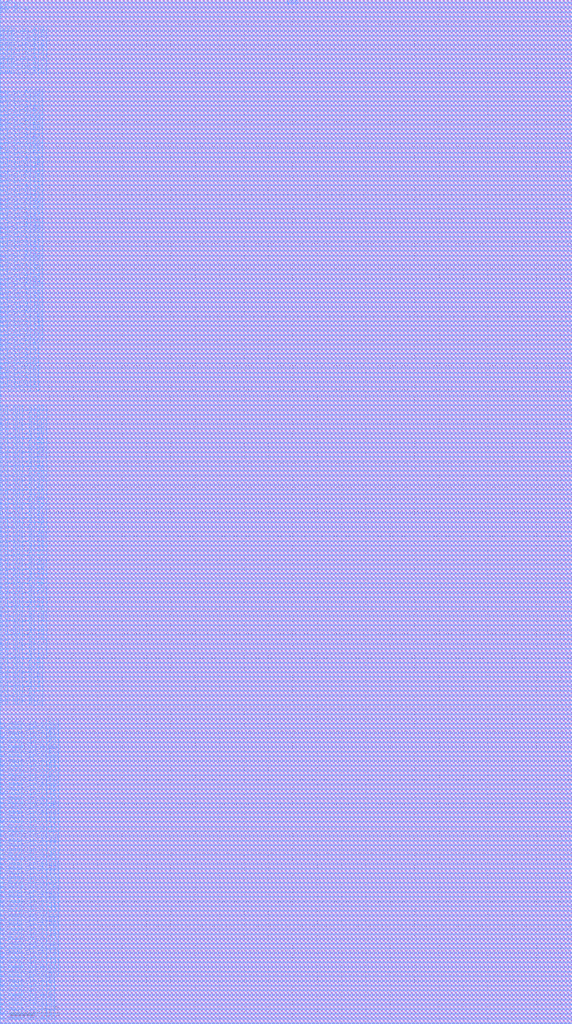
<source format=lef>
# Generated by FakeRAM 2.0
VERSION 5.7 ;
BUSBITCHARS "[]" ;
PROPERTYDEFINITIONS
  MACRO width INTEGER ;
  MACRO depth INTEGER ;
  MACRO banks INTEGER ;
END PROPERTYDEFINITIONS
MACRO fakeram7_dp_1024x64
  PROPERTY width 64 ;
  PROPERTY depth 1024 ;
  PROPERTY banks 4 ;
  FOREIGN fakeram7_dp_1024x64 0 0 ;
  SYMMETRY X Y ;
  SIZE 46.930 BY 84.000 ;
  CLASS BLOCK ;
  PIN w_mask_in_A[0]
    DIRECTION INPUT ;
    USE SIGNAL ;
    SHAPE ABUTMENT ;
    PORT
      LAYER M4 ;
      RECT 0.000 0.048 0.024 0.072 ;
    END
  END w_mask_in_A[0]
  PIN w_mask_in_B[0]
    DIRECTION INPUT ;
    USE SIGNAL ;
    SHAPE ABUTMENT ;
    PORT
      LAYER M4 ;
      RECT 46.906 0.048 46.930 0.072 ;
    END
  END w_mask_in_B[0]
  PIN w_mask_in_A[1]
    DIRECTION INPUT ;
    USE SIGNAL ;
    SHAPE ABUTMENT ;
    PORT
      LAYER M4 ;
      RECT 0.000 0.432 0.024 0.456 ;
    END
  END w_mask_in_A[1]
  PIN w_mask_in_B[1]
    DIRECTION INPUT ;
    USE SIGNAL ;
    SHAPE ABUTMENT ;
    PORT
      LAYER M4 ;
      RECT 46.906 0.432 46.930 0.456 ;
    END
  END w_mask_in_B[1]
  PIN w_mask_in_A[2]
    DIRECTION INPUT ;
    USE SIGNAL ;
    SHAPE ABUTMENT ;
    PORT
      LAYER M4 ;
      RECT 0.000 0.816 0.024 0.840 ;
    END
  END w_mask_in_A[2]
  PIN w_mask_in_B[2]
    DIRECTION INPUT ;
    USE SIGNAL ;
    SHAPE ABUTMENT ;
    PORT
      LAYER M4 ;
      RECT 46.906 0.816 46.930 0.840 ;
    END
  END w_mask_in_B[2]
  PIN w_mask_in_A[3]
    DIRECTION INPUT ;
    USE SIGNAL ;
    SHAPE ABUTMENT ;
    PORT
      LAYER M4 ;
      RECT 0.000 1.200 0.024 1.224 ;
    END
  END w_mask_in_A[3]
  PIN w_mask_in_B[3]
    DIRECTION INPUT ;
    USE SIGNAL ;
    SHAPE ABUTMENT ;
    PORT
      LAYER M4 ;
      RECT 46.906 1.200 46.930 1.224 ;
    END
  END w_mask_in_B[3]
  PIN w_mask_in_A[4]
    DIRECTION INPUT ;
    USE SIGNAL ;
    SHAPE ABUTMENT ;
    PORT
      LAYER M4 ;
      RECT 0.000 1.584 0.024 1.608 ;
    END
  END w_mask_in_A[4]
  PIN w_mask_in_B[4]
    DIRECTION INPUT ;
    USE SIGNAL ;
    SHAPE ABUTMENT ;
    PORT
      LAYER M4 ;
      RECT 46.906 1.584 46.930 1.608 ;
    END
  END w_mask_in_B[4]
  PIN w_mask_in_A[5]
    DIRECTION INPUT ;
    USE SIGNAL ;
    SHAPE ABUTMENT ;
    PORT
      LAYER M4 ;
      RECT 0.000 1.968 0.024 1.992 ;
    END
  END w_mask_in_A[5]
  PIN w_mask_in_B[5]
    DIRECTION INPUT ;
    USE SIGNAL ;
    SHAPE ABUTMENT ;
    PORT
      LAYER M4 ;
      RECT 46.906 1.968 46.930 1.992 ;
    END
  END w_mask_in_B[5]
  PIN w_mask_in_A[6]
    DIRECTION INPUT ;
    USE SIGNAL ;
    SHAPE ABUTMENT ;
    PORT
      LAYER M4 ;
      RECT 0.000 2.352 0.024 2.376 ;
    END
  END w_mask_in_A[6]
  PIN w_mask_in_B[6]
    DIRECTION INPUT ;
    USE SIGNAL ;
    SHAPE ABUTMENT ;
    PORT
      LAYER M4 ;
      RECT 46.906 2.352 46.930 2.376 ;
    END
  END w_mask_in_B[6]
  PIN w_mask_in_A[7]
    DIRECTION INPUT ;
    USE SIGNAL ;
    SHAPE ABUTMENT ;
    PORT
      LAYER M4 ;
      RECT 0.000 2.736 0.024 2.760 ;
    END
  END w_mask_in_A[7]
  PIN w_mask_in_B[7]
    DIRECTION INPUT ;
    USE SIGNAL ;
    SHAPE ABUTMENT ;
    PORT
      LAYER M4 ;
      RECT 46.906 2.736 46.930 2.760 ;
    END
  END w_mask_in_B[7]
  PIN w_mask_in_A[8]
    DIRECTION INPUT ;
    USE SIGNAL ;
    SHAPE ABUTMENT ;
    PORT
      LAYER M4 ;
      RECT 0.000 3.120 0.024 3.144 ;
    END
  END w_mask_in_A[8]
  PIN w_mask_in_B[8]
    DIRECTION INPUT ;
    USE SIGNAL ;
    SHAPE ABUTMENT ;
    PORT
      LAYER M4 ;
      RECT 46.906 3.120 46.930 3.144 ;
    END
  END w_mask_in_B[8]
  PIN w_mask_in_A[9]
    DIRECTION INPUT ;
    USE SIGNAL ;
    SHAPE ABUTMENT ;
    PORT
      LAYER M4 ;
      RECT 0.000 3.504 0.024 3.528 ;
    END
  END w_mask_in_A[9]
  PIN w_mask_in_B[9]
    DIRECTION INPUT ;
    USE SIGNAL ;
    SHAPE ABUTMENT ;
    PORT
      LAYER M4 ;
      RECT 46.906 3.504 46.930 3.528 ;
    END
  END w_mask_in_B[9]
  PIN w_mask_in_A[10]
    DIRECTION INPUT ;
    USE SIGNAL ;
    SHAPE ABUTMENT ;
    PORT
      LAYER M4 ;
      RECT 0.000 3.888 0.024 3.912 ;
    END
  END w_mask_in_A[10]
  PIN w_mask_in_B[10]
    DIRECTION INPUT ;
    USE SIGNAL ;
    SHAPE ABUTMENT ;
    PORT
      LAYER M4 ;
      RECT 46.906 3.888 46.930 3.912 ;
    END
  END w_mask_in_B[10]
  PIN w_mask_in_A[11]
    DIRECTION INPUT ;
    USE SIGNAL ;
    SHAPE ABUTMENT ;
    PORT
      LAYER M4 ;
      RECT 0.000 4.272 0.024 4.296 ;
    END
  END w_mask_in_A[11]
  PIN w_mask_in_B[11]
    DIRECTION INPUT ;
    USE SIGNAL ;
    SHAPE ABUTMENT ;
    PORT
      LAYER M4 ;
      RECT 46.906 4.272 46.930 4.296 ;
    END
  END w_mask_in_B[11]
  PIN w_mask_in_A[12]
    DIRECTION INPUT ;
    USE SIGNAL ;
    SHAPE ABUTMENT ;
    PORT
      LAYER M4 ;
      RECT 0.000 4.656 0.024 4.680 ;
    END
  END w_mask_in_A[12]
  PIN w_mask_in_B[12]
    DIRECTION INPUT ;
    USE SIGNAL ;
    SHAPE ABUTMENT ;
    PORT
      LAYER M4 ;
      RECT 46.906 4.656 46.930 4.680 ;
    END
  END w_mask_in_B[12]
  PIN w_mask_in_A[13]
    DIRECTION INPUT ;
    USE SIGNAL ;
    SHAPE ABUTMENT ;
    PORT
      LAYER M4 ;
      RECT 0.000 5.040 0.024 5.064 ;
    END
  END w_mask_in_A[13]
  PIN w_mask_in_B[13]
    DIRECTION INPUT ;
    USE SIGNAL ;
    SHAPE ABUTMENT ;
    PORT
      LAYER M4 ;
      RECT 46.906 5.040 46.930 5.064 ;
    END
  END w_mask_in_B[13]
  PIN w_mask_in_A[14]
    DIRECTION INPUT ;
    USE SIGNAL ;
    SHAPE ABUTMENT ;
    PORT
      LAYER M4 ;
      RECT 0.000 5.424 0.024 5.448 ;
    END
  END w_mask_in_A[14]
  PIN w_mask_in_B[14]
    DIRECTION INPUT ;
    USE SIGNAL ;
    SHAPE ABUTMENT ;
    PORT
      LAYER M4 ;
      RECT 46.906 5.424 46.930 5.448 ;
    END
  END w_mask_in_B[14]
  PIN w_mask_in_A[15]
    DIRECTION INPUT ;
    USE SIGNAL ;
    SHAPE ABUTMENT ;
    PORT
      LAYER M4 ;
      RECT 0.000 5.808 0.024 5.832 ;
    END
  END w_mask_in_A[15]
  PIN w_mask_in_B[15]
    DIRECTION INPUT ;
    USE SIGNAL ;
    SHAPE ABUTMENT ;
    PORT
      LAYER M4 ;
      RECT 46.906 5.808 46.930 5.832 ;
    END
  END w_mask_in_B[15]
  PIN w_mask_in_A[16]
    DIRECTION INPUT ;
    USE SIGNAL ;
    SHAPE ABUTMENT ;
    PORT
      LAYER M4 ;
      RECT 0.000 6.192 0.024 6.216 ;
    END
  END w_mask_in_A[16]
  PIN w_mask_in_B[16]
    DIRECTION INPUT ;
    USE SIGNAL ;
    SHAPE ABUTMENT ;
    PORT
      LAYER M4 ;
      RECT 46.906 6.192 46.930 6.216 ;
    END
  END w_mask_in_B[16]
  PIN w_mask_in_A[17]
    DIRECTION INPUT ;
    USE SIGNAL ;
    SHAPE ABUTMENT ;
    PORT
      LAYER M4 ;
      RECT 0.000 6.576 0.024 6.600 ;
    END
  END w_mask_in_A[17]
  PIN w_mask_in_B[17]
    DIRECTION INPUT ;
    USE SIGNAL ;
    SHAPE ABUTMENT ;
    PORT
      LAYER M4 ;
      RECT 46.906 6.576 46.930 6.600 ;
    END
  END w_mask_in_B[17]
  PIN w_mask_in_A[18]
    DIRECTION INPUT ;
    USE SIGNAL ;
    SHAPE ABUTMENT ;
    PORT
      LAYER M4 ;
      RECT 0.000 6.960 0.024 6.984 ;
    END
  END w_mask_in_A[18]
  PIN w_mask_in_B[18]
    DIRECTION INPUT ;
    USE SIGNAL ;
    SHAPE ABUTMENT ;
    PORT
      LAYER M4 ;
      RECT 46.906 6.960 46.930 6.984 ;
    END
  END w_mask_in_B[18]
  PIN w_mask_in_A[19]
    DIRECTION INPUT ;
    USE SIGNAL ;
    SHAPE ABUTMENT ;
    PORT
      LAYER M4 ;
      RECT 0.000 7.344 0.024 7.368 ;
    END
  END w_mask_in_A[19]
  PIN w_mask_in_B[19]
    DIRECTION INPUT ;
    USE SIGNAL ;
    SHAPE ABUTMENT ;
    PORT
      LAYER M4 ;
      RECT 46.906 7.344 46.930 7.368 ;
    END
  END w_mask_in_B[19]
  PIN w_mask_in_A[20]
    DIRECTION INPUT ;
    USE SIGNAL ;
    SHAPE ABUTMENT ;
    PORT
      LAYER M4 ;
      RECT 0.000 7.728 0.024 7.752 ;
    END
  END w_mask_in_A[20]
  PIN w_mask_in_B[20]
    DIRECTION INPUT ;
    USE SIGNAL ;
    SHAPE ABUTMENT ;
    PORT
      LAYER M4 ;
      RECT 46.906 7.728 46.930 7.752 ;
    END
  END w_mask_in_B[20]
  PIN w_mask_in_A[21]
    DIRECTION INPUT ;
    USE SIGNAL ;
    SHAPE ABUTMENT ;
    PORT
      LAYER M4 ;
      RECT 0.000 8.112 0.024 8.136 ;
    END
  END w_mask_in_A[21]
  PIN w_mask_in_B[21]
    DIRECTION INPUT ;
    USE SIGNAL ;
    SHAPE ABUTMENT ;
    PORT
      LAYER M4 ;
      RECT 46.906 8.112 46.930 8.136 ;
    END
  END w_mask_in_B[21]
  PIN w_mask_in_A[22]
    DIRECTION INPUT ;
    USE SIGNAL ;
    SHAPE ABUTMENT ;
    PORT
      LAYER M4 ;
      RECT 0.000 8.496 0.024 8.520 ;
    END
  END w_mask_in_A[22]
  PIN w_mask_in_B[22]
    DIRECTION INPUT ;
    USE SIGNAL ;
    SHAPE ABUTMENT ;
    PORT
      LAYER M4 ;
      RECT 46.906 8.496 46.930 8.520 ;
    END
  END w_mask_in_B[22]
  PIN w_mask_in_A[23]
    DIRECTION INPUT ;
    USE SIGNAL ;
    SHAPE ABUTMENT ;
    PORT
      LAYER M4 ;
      RECT 0.000 8.880 0.024 8.904 ;
    END
  END w_mask_in_A[23]
  PIN w_mask_in_B[23]
    DIRECTION INPUT ;
    USE SIGNAL ;
    SHAPE ABUTMENT ;
    PORT
      LAYER M4 ;
      RECT 46.906 8.880 46.930 8.904 ;
    END
  END w_mask_in_B[23]
  PIN w_mask_in_A[24]
    DIRECTION INPUT ;
    USE SIGNAL ;
    SHAPE ABUTMENT ;
    PORT
      LAYER M4 ;
      RECT 0.000 9.264 0.024 9.288 ;
    END
  END w_mask_in_A[24]
  PIN w_mask_in_B[24]
    DIRECTION INPUT ;
    USE SIGNAL ;
    SHAPE ABUTMENT ;
    PORT
      LAYER M4 ;
      RECT 46.906 9.264 46.930 9.288 ;
    END
  END w_mask_in_B[24]
  PIN w_mask_in_A[25]
    DIRECTION INPUT ;
    USE SIGNAL ;
    SHAPE ABUTMENT ;
    PORT
      LAYER M4 ;
      RECT 0.000 9.648 0.024 9.672 ;
    END
  END w_mask_in_A[25]
  PIN w_mask_in_B[25]
    DIRECTION INPUT ;
    USE SIGNAL ;
    SHAPE ABUTMENT ;
    PORT
      LAYER M4 ;
      RECT 46.906 9.648 46.930 9.672 ;
    END
  END w_mask_in_B[25]
  PIN w_mask_in_A[26]
    DIRECTION INPUT ;
    USE SIGNAL ;
    SHAPE ABUTMENT ;
    PORT
      LAYER M4 ;
      RECT 0.000 10.032 0.024 10.056 ;
    END
  END w_mask_in_A[26]
  PIN w_mask_in_B[26]
    DIRECTION INPUT ;
    USE SIGNAL ;
    SHAPE ABUTMENT ;
    PORT
      LAYER M4 ;
      RECT 46.906 10.032 46.930 10.056 ;
    END
  END w_mask_in_B[26]
  PIN w_mask_in_A[27]
    DIRECTION INPUT ;
    USE SIGNAL ;
    SHAPE ABUTMENT ;
    PORT
      LAYER M4 ;
      RECT 0.000 10.416 0.024 10.440 ;
    END
  END w_mask_in_A[27]
  PIN w_mask_in_B[27]
    DIRECTION INPUT ;
    USE SIGNAL ;
    SHAPE ABUTMENT ;
    PORT
      LAYER M4 ;
      RECT 46.906 10.416 46.930 10.440 ;
    END
  END w_mask_in_B[27]
  PIN w_mask_in_A[28]
    DIRECTION INPUT ;
    USE SIGNAL ;
    SHAPE ABUTMENT ;
    PORT
      LAYER M4 ;
      RECT 0.000 10.800 0.024 10.824 ;
    END
  END w_mask_in_A[28]
  PIN w_mask_in_B[28]
    DIRECTION INPUT ;
    USE SIGNAL ;
    SHAPE ABUTMENT ;
    PORT
      LAYER M4 ;
      RECT 46.906 10.800 46.930 10.824 ;
    END
  END w_mask_in_B[28]
  PIN w_mask_in_A[29]
    DIRECTION INPUT ;
    USE SIGNAL ;
    SHAPE ABUTMENT ;
    PORT
      LAYER M4 ;
      RECT 0.000 11.184 0.024 11.208 ;
    END
  END w_mask_in_A[29]
  PIN w_mask_in_B[29]
    DIRECTION INPUT ;
    USE SIGNAL ;
    SHAPE ABUTMENT ;
    PORT
      LAYER M4 ;
      RECT 46.906 11.184 46.930 11.208 ;
    END
  END w_mask_in_B[29]
  PIN w_mask_in_A[30]
    DIRECTION INPUT ;
    USE SIGNAL ;
    SHAPE ABUTMENT ;
    PORT
      LAYER M4 ;
      RECT 0.000 11.568 0.024 11.592 ;
    END
  END w_mask_in_A[30]
  PIN w_mask_in_B[30]
    DIRECTION INPUT ;
    USE SIGNAL ;
    SHAPE ABUTMENT ;
    PORT
      LAYER M4 ;
      RECT 46.906 11.568 46.930 11.592 ;
    END
  END w_mask_in_B[30]
  PIN w_mask_in_A[31]
    DIRECTION INPUT ;
    USE SIGNAL ;
    SHAPE ABUTMENT ;
    PORT
      LAYER M4 ;
      RECT 0.000 11.952 0.024 11.976 ;
    END
  END w_mask_in_A[31]
  PIN w_mask_in_B[31]
    DIRECTION INPUT ;
    USE SIGNAL ;
    SHAPE ABUTMENT ;
    PORT
      LAYER M4 ;
      RECT 46.906 11.952 46.930 11.976 ;
    END
  END w_mask_in_B[31]
  PIN w_mask_in_A[32]
    DIRECTION INPUT ;
    USE SIGNAL ;
    SHAPE ABUTMENT ;
    PORT
      LAYER M4 ;
      RECT 0.000 12.336 0.024 12.360 ;
    END
  END w_mask_in_A[32]
  PIN w_mask_in_B[32]
    DIRECTION INPUT ;
    USE SIGNAL ;
    SHAPE ABUTMENT ;
    PORT
      LAYER M4 ;
      RECT 46.906 12.336 46.930 12.360 ;
    END
  END w_mask_in_B[32]
  PIN w_mask_in_A[33]
    DIRECTION INPUT ;
    USE SIGNAL ;
    SHAPE ABUTMENT ;
    PORT
      LAYER M4 ;
      RECT 0.000 12.720 0.024 12.744 ;
    END
  END w_mask_in_A[33]
  PIN w_mask_in_B[33]
    DIRECTION INPUT ;
    USE SIGNAL ;
    SHAPE ABUTMENT ;
    PORT
      LAYER M4 ;
      RECT 46.906 12.720 46.930 12.744 ;
    END
  END w_mask_in_B[33]
  PIN w_mask_in_A[34]
    DIRECTION INPUT ;
    USE SIGNAL ;
    SHAPE ABUTMENT ;
    PORT
      LAYER M4 ;
      RECT 0.000 13.104 0.024 13.128 ;
    END
  END w_mask_in_A[34]
  PIN w_mask_in_B[34]
    DIRECTION INPUT ;
    USE SIGNAL ;
    SHAPE ABUTMENT ;
    PORT
      LAYER M4 ;
      RECT 46.906 13.104 46.930 13.128 ;
    END
  END w_mask_in_B[34]
  PIN w_mask_in_A[35]
    DIRECTION INPUT ;
    USE SIGNAL ;
    SHAPE ABUTMENT ;
    PORT
      LAYER M4 ;
      RECT 0.000 13.488 0.024 13.512 ;
    END
  END w_mask_in_A[35]
  PIN w_mask_in_B[35]
    DIRECTION INPUT ;
    USE SIGNAL ;
    SHAPE ABUTMENT ;
    PORT
      LAYER M4 ;
      RECT 46.906 13.488 46.930 13.512 ;
    END
  END w_mask_in_B[35]
  PIN w_mask_in_A[36]
    DIRECTION INPUT ;
    USE SIGNAL ;
    SHAPE ABUTMENT ;
    PORT
      LAYER M4 ;
      RECT 0.000 13.872 0.024 13.896 ;
    END
  END w_mask_in_A[36]
  PIN w_mask_in_B[36]
    DIRECTION INPUT ;
    USE SIGNAL ;
    SHAPE ABUTMENT ;
    PORT
      LAYER M4 ;
      RECT 46.906 13.872 46.930 13.896 ;
    END
  END w_mask_in_B[36]
  PIN w_mask_in_A[37]
    DIRECTION INPUT ;
    USE SIGNAL ;
    SHAPE ABUTMENT ;
    PORT
      LAYER M4 ;
      RECT 0.000 14.256 0.024 14.280 ;
    END
  END w_mask_in_A[37]
  PIN w_mask_in_B[37]
    DIRECTION INPUT ;
    USE SIGNAL ;
    SHAPE ABUTMENT ;
    PORT
      LAYER M4 ;
      RECT 46.906 14.256 46.930 14.280 ;
    END
  END w_mask_in_B[37]
  PIN w_mask_in_A[38]
    DIRECTION INPUT ;
    USE SIGNAL ;
    SHAPE ABUTMENT ;
    PORT
      LAYER M4 ;
      RECT 0.000 14.640 0.024 14.664 ;
    END
  END w_mask_in_A[38]
  PIN w_mask_in_B[38]
    DIRECTION INPUT ;
    USE SIGNAL ;
    SHAPE ABUTMENT ;
    PORT
      LAYER M4 ;
      RECT 46.906 14.640 46.930 14.664 ;
    END
  END w_mask_in_B[38]
  PIN w_mask_in_A[39]
    DIRECTION INPUT ;
    USE SIGNAL ;
    SHAPE ABUTMENT ;
    PORT
      LAYER M4 ;
      RECT 0.000 15.024 0.024 15.048 ;
    END
  END w_mask_in_A[39]
  PIN w_mask_in_B[39]
    DIRECTION INPUT ;
    USE SIGNAL ;
    SHAPE ABUTMENT ;
    PORT
      LAYER M4 ;
      RECT 46.906 15.024 46.930 15.048 ;
    END
  END w_mask_in_B[39]
  PIN w_mask_in_A[40]
    DIRECTION INPUT ;
    USE SIGNAL ;
    SHAPE ABUTMENT ;
    PORT
      LAYER M4 ;
      RECT 0.000 15.408 0.024 15.432 ;
    END
  END w_mask_in_A[40]
  PIN w_mask_in_B[40]
    DIRECTION INPUT ;
    USE SIGNAL ;
    SHAPE ABUTMENT ;
    PORT
      LAYER M4 ;
      RECT 46.906 15.408 46.930 15.432 ;
    END
  END w_mask_in_B[40]
  PIN w_mask_in_A[41]
    DIRECTION INPUT ;
    USE SIGNAL ;
    SHAPE ABUTMENT ;
    PORT
      LAYER M4 ;
      RECT 0.000 15.792 0.024 15.816 ;
    END
  END w_mask_in_A[41]
  PIN w_mask_in_B[41]
    DIRECTION INPUT ;
    USE SIGNAL ;
    SHAPE ABUTMENT ;
    PORT
      LAYER M4 ;
      RECT 46.906 15.792 46.930 15.816 ;
    END
  END w_mask_in_B[41]
  PIN w_mask_in_A[42]
    DIRECTION INPUT ;
    USE SIGNAL ;
    SHAPE ABUTMENT ;
    PORT
      LAYER M4 ;
      RECT 0.000 16.176 0.024 16.200 ;
    END
  END w_mask_in_A[42]
  PIN w_mask_in_B[42]
    DIRECTION INPUT ;
    USE SIGNAL ;
    SHAPE ABUTMENT ;
    PORT
      LAYER M4 ;
      RECT 46.906 16.176 46.930 16.200 ;
    END
  END w_mask_in_B[42]
  PIN w_mask_in_A[43]
    DIRECTION INPUT ;
    USE SIGNAL ;
    SHAPE ABUTMENT ;
    PORT
      LAYER M4 ;
      RECT 0.000 16.560 0.024 16.584 ;
    END
  END w_mask_in_A[43]
  PIN w_mask_in_B[43]
    DIRECTION INPUT ;
    USE SIGNAL ;
    SHAPE ABUTMENT ;
    PORT
      LAYER M4 ;
      RECT 46.906 16.560 46.930 16.584 ;
    END
  END w_mask_in_B[43]
  PIN w_mask_in_A[44]
    DIRECTION INPUT ;
    USE SIGNAL ;
    SHAPE ABUTMENT ;
    PORT
      LAYER M4 ;
      RECT 0.000 16.944 0.024 16.968 ;
    END
  END w_mask_in_A[44]
  PIN w_mask_in_B[44]
    DIRECTION INPUT ;
    USE SIGNAL ;
    SHAPE ABUTMENT ;
    PORT
      LAYER M4 ;
      RECT 46.906 16.944 46.930 16.968 ;
    END
  END w_mask_in_B[44]
  PIN w_mask_in_A[45]
    DIRECTION INPUT ;
    USE SIGNAL ;
    SHAPE ABUTMENT ;
    PORT
      LAYER M4 ;
      RECT 0.000 17.328 0.024 17.352 ;
    END
  END w_mask_in_A[45]
  PIN w_mask_in_B[45]
    DIRECTION INPUT ;
    USE SIGNAL ;
    SHAPE ABUTMENT ;
    PORT
      LAYER M4 ;
      RECT 46.906 17.328 46.930 17.352 ;
    END
  END w_mask_in_B[45]
  PIN w_mask_in_A[46]
    DIRECTION INPUT ;
    USE SIGNAL ;
    SHAPE ABUTMENT ;
    PORT
      LAYER M4 ;
      RECT 0.000 17.712 0.024 17.736 ;
    END
  END w_mask_in_A[46]
  PIN w_mask_in_B[46]
    DIRECTION INPUT ;
    USE SIGNAL ;
    SHAPE ABUTMENT ;
    PORT
      LAYER M4 ;
      RECT 46.906 17.712 46.930 17.736 ;
    END
  END w_mask_in_B[46]
  PIN w_mask_in_A[47]
    DIRECTION INPUT ;
    USE SIGNAL ;
    SHAPE ABUTMENT ;
    PORT
      LAYER M4 ;
      RECT 0.000 18.096 0.024 18.120 ;
    END
  END w_mask_in_A[47]
  PIN w_mask_in_B[47]
    DIRECTION INPUT ;
    USE SIGNAL ;
    SHAPE ABUTMENT ;
    PORT
      LAYER M4 ;
      RECT 46.906 18.096 46.930 18.120 ;
    END
  END w_mask_in_B[47]
  PIN w_mask_in_A[48]
    DIRECTION INPUT ;
    USE SIGNAL ;
    SHAPE ABUTMENT ;
    PORT
      LAYER M4 ;
      RECT 0.000 18.480 0.024 18.504 ;
    END
  END w_mask_in_A[48]
  PIN w_mask_in_B[48]
    DIRECTION INPUT ;
    USE SIGNAL ;
    SHAPE ABUTMENT ;
    PORT
      LAYER M4 ;
      RECT 46.906 18.480 46.930 18.504 ;
    END
  END w_mask_in_B[48]
  PIN w_mask_in_A[49]
    DIRECTION INPUT ;
    USE SIGNAL ;
    SHAPE ABUTMENT ;
    PORT
      LAYER M4 ;
      RECT 0.000 18.864 0.024 18.888 ;
    END
  END w_mask_in_A[49]
  PIN w_mask_in_B[49]
    DIRECTION INPUT ;
    USE SIGNAL ;
    SHAPE ABUTMENT ;
    PORT
      LAYER M4 ;
      RECT 46.906 18.864 46.930 18.888 ;
    END
  END w_mask_in_B[49]
  PIN w_mask_in_A[50]
    DIRECTION INPUT ;
    USE SIGNAL ;
    SHAPE ABUTMENT ;
    PORT
      LAYER M4 ;
      RECT 0.000 19.248 0.024 19.272 ;
    END
  END w_mask_in_A[50]
  PIN w_mask_in_B[50]
    DIRECTION INPUT ;
    USE SIGNAL ;
    SHAPE ABUTMENT ;
    PORT
      LAYER M4 ;
      RECT 46.906 19.248 46.930 19.272 ;
    END
  END w_mask_in_B[50]
  PIN w_mask_in_A[51]
    DIRECTION INPUT ;
    USE SIGNAL ;
    SHAPE ABUTMENT ;
    PORT
      LAYER M4 ;
      RECT 0.000 19.632 0.024 19.656 ;
    END
  END w_mask_in_A[51]
  PIN w_mask_in_B[51]
    DIRECTION INPUT ;
    USE SIGNAL ;
    SHAPE ABUTMENT ;
    PORT
      LAYER M4 ;
      RECT 46.906 19.632 46.930 19.656 ;
    END
  END w_mask_in_B[51]
  PIN w_mask_in_A[52]
    DIRECTION INPUT ;
    USE SIGNAL ;
    SHAPE ABUTMENT ;
    PORT
      LAYER M4 ;
      RECT 0.000 20.016 0.024 20.040 ;
    END
  END w_mask_in_A[52]
  PIN w_mask_in_B[52]
    DIRECTION INPUT ;
    USE SIGNAL ;
    SHAPE ABUTMENT ;
    PORT
      LAYER M4 ;
      RECT 46.906 20.016 46.930 20.040 ;
    END
  END w_mask_in_B[52]
  PIN w_mask_in_A[53]
    DIRECTION INPUT ;
    USE SIGNAL ;
    SHAPE ABUTMENT ;
    PORT
      LAYER M4 ;
      RECT 0.000 20.400 0.024 20.424 ;
    END
  END w_mask_in_A[53]
  PIN w_mask_in_B[53]
    DIRECTION INPUT ;
    USE SIGNAL ;
    SHAPE ABUTMENT ;
    PORT
      LAYER M4 ;
      RECT 46.906 20.400 46.930 20.424 ;
    END
  END w_mask_in_B[53]
  PIN w_mask_in_A[54]
    DIRECTION INPUT ;
    USE SIGNAL ;
    SHAPE ABUTMENT ;
    PORT
      LAYER M4 ;
      RECT 0.000 20.784 0.024 20.808 ;
    END
  END w_mask_in_A[54]
  PIN w_mask_in_B[54]
    DIRECTION INPUT ;
    USE SIGNAL ;
    SHAPE ABUTMENT ;
    PORT
      LAYER M4 ;
      RECT 46.906 20.784 46.930 20.808 ;
    END
  END w_mask_in_B[54]
  PIN w_mask_in_A[55]
    DIRECTION INPUT ;
    USE SIGNAL ;
    SHAPE ABUTMENT ;
    PORT
      LAYER M4 ;
      RECT 0.000 21.168 0.024 21.192 ;
    END
  END w_mask_in_A[55]
  PIN w_mask_in_B[55]
    DIRECTION INPUT ;
    USE SIGNAL ;
    SHAPE ABUTMENT ;
    PORT
      LAYER M4 ;
      RECT 46.906 21.168 46.930 21.192 ;
    END
  END w_mask_in_B[55]
  PIN w_mask_in_A[56]
    DIRECTION INPUT ;
    USE SIGNAL ;
    SHAPE ABUTMENT ;
    PORT
      LAYER M4 ;
      RECT 0.000 21.552 0.024 21.576 ;
    END
  END w_mask_in_A[56]
  PIN w_mask_in_B[56]
    DIRECTION INPUT ;
    USE SIGNAL ;
    SHAPE ABUTMENT ;
    PORT
      LAYER M4 ;
      RECT 46.906 21.552 46.930 21.576 ;
    END
  END w_mask_in_B[56]
  PIN w_mask_in_A[57]
    DIRECTION INPUT ;
    USE SIGNAL ;
    SHAPE ABUTMENT ;
    PORT
      LAYER M4 ;
      RECT 0.000 21.936 0.024 21.960 ;
    END
  END w_mask_in_A[57]
  PIN w_mask_in_B[57]
    DIRECTION INPUT ;
    USE SIGNAL ;
    SHAPE ABUTMENT ;
    PORT
      LAYER M4 ;
      RECT 46.906 21.936 46.930 21.960 ;
    END
  END w_mask_in_B[57]
  PIN w_mask_in_A[58]
    DIRECTION INPUT ;
    USE SIGNAL ;
    SHAPE ABUTMENT ;
    PORT
      LAYER M4 ;
      RECT 0.000 22.320 0.024 22.344 ;
    END
  END w_mask_in_A[58]
  PIN w_mask_in_B[58]
    DIRECTION INPUT ;
    USE SIGNAL ;
    SHAPE ABUTMENT ;
    PORT
      LAYER M4 ;
      RECT 46.906 22.320 46.930 22.344 ;
    END
  END w_mask_in_B[58]
  PIN w_mask_in_A[59]
    DIRECTION INPUT ;
    USE SIGNAL ;
    SHAPE ABUTMENT ;
    PORT
      LAYER M4 ;
      RECT 0.000 22.704 0.024 22.728 ;
    END
  END w_mask_in_A[59]
  PIN w_mask_in_B[59]
    DIRECTION INPUT ;
    USE SIGNAL ;
    SHAPE ABUTMENT ;
    PORT
      LAYER M4 ;
      RECT 46.906 22.704 46.930 22.728 ;
    END
  END w_mask_in_B[59]
  PIN w_mask_in_A[60]
    DIRECTION INPUT ;
    USE SIGNAL ;
    SHAPE ABUTMENT ;
    PORT
      LAYER M4 ;
      RECT 0.000 23.088 0.024 23.112 ;
    END
  END w_mask_in_A[60]
  PIN w_mask_in_B[60]
    DIRECTION INPUT ;
    USE SIGNAL ;
    SHAPE ABUTMENT ;
    PORT
      LAYER M4 ;
      RECT 46.906 23.088 46.930 23.112 ;
    END
  END w_mask_in_B[60]
  PIN w_mask_in_A[61]
    DIRECTION INPUT ;
    USE SIGNAL ;
    SHAPE ABUTMENT ;
    PORT
      LAYER M4 ;
      RECT 0.000 23.472 0.024 23.496 ;
    END
  END w_mask_in_A[61]
  PIN w_mask_in_B[61]
    DIRECTION INPUT ;
    USE SIGNAL ;
    SHAPE ABUTMENT ;
    PORT
      LAYER M4 ;
      RECT 46.906 23.472 46.930 23.496 ;
    END
  END w_mask_in_B[61]
  PIN w_mask_in_A[62]
    DIRECTION INPUT ;
    USE SIGNAL ;
    SHAPE ABUTMENT ;
    PORT
      LAYER M4 ;
      RECT 0.000 23.856 0.024 23.880 ;
    END
  END w_mask_in_A[62]
  PIN w_mask_in_B[62]
    DIRECTION INPUT ;
    USE SIGNAL ;
    SHAPE ABUTMENT ;
    PORT
      LAYER M4 ;
      RECT 46.906 23.856 46.930 23.880 ;
    END
  END w_mask_in_B[62]
  PIN w_mask_in_A[63]
    DIRECTION INPUT ;
    USE SIGNAL ;
    SHAPE ABUTMENT ;
    PORT
      LAYER M4 ;
      RECT 0.000 24.240 0.024 24.264 ;
    END
  END w_mask_in_A[63]
  PIN w_mask_in_B[63]
    DIRECTION INPUT ;
    USE SIGNAL ;
    SHAPE ABUTMENT ;
    PORT
      LAYER M4 ;
      RECT 46.906 24.240 46.930 24.264 ;
    END
  END w_mask_in_B[63]
  PIN rd_out_A[0]
    DIRECTION OUTPUT ;
    USE SIGNAL ;
    SHAPE ABUTMENT ;
    PORT
      LAYER M4 ;
      RECT 0.000 25.920 0.024 25.944 ;
    END
  END rd_out_A[0]
  PIN rd_out_B[0]
    DIRECTION OUTPUT ;
    USE SIGNAL ;
    SHAPE ABUTMENT ;
    PORT
      LAYER M4 ;
      RECT 46.906 25.920 46.930 25.944 ;
    END
  END rd_out_B[0]
  PIN rd_out_A[1]
    DIRECTION OUTPUT ;
    USE SIGNAL ;
    SHAPE ABUTMENT ;
    PORT
      LAYER M4 ;
      RECT 0.000 26.304 0.024 26.328 ;
    END
  END rd_out_A[1]
  PIN rd_out_B[1]
    DIRECTION OUTPUT ;
    USE SIGNAL ;
    SHAPE ABUTMENT ;
    PORT
      LAYER M4 ;
      RECT 46.906 26.304 46.930 26.328 ;
    END
  END rd_out_B[1]
  PIN rd_out_A[2]
    DIRECTION OUTPUT ;
    USE SIGNAL ;
    SHAPE ABUTMENT ;
    PORT
      LAYER M4 ;
      RECT 0.000 26.688 0.024 26.712 ;
    END
  END rd_out_A[2]
  PIN rd_out_B[2]
    DIRECTION OUTPUT ;
    USE SIGNAL ;
    SHAPE ABUTMENT ;
    PORT
      LAYER M4 ;
      RECT 46.906 26.688 46.930 26.712 ;
    END
  END rd_out_B[2]
  PIN rd_out_A[3]
    DIRECTION OUTPUT ;
    USE SIGNAL ;
    SHAPE ABUTMENT ;
    PORT
      LAYER M4 ;
      RECT 0.000 27.072 0.024 27.096 ;
    END
  END rd_out_A[3]
  PIN rd_out_B[3]
    DIRECTION OUTPUT ;
    USE SIGNAL ;
    SHAPE ABUTMENT ;
    PORT
      LAYER M4 ;
      RECT 46.906 27.072 46.930 27.096 ;
    END
  END rd_out_B[3]
  PIN rd_out_A[4]
    DIRECTION OUTPUT ;
    USE SIGNAL ;
    SHAPE ABUTMENT ;
    PORT
      LAYER M4 ;
      RECT 0.000 27.456 0.024 27.480 ;
    END
  END rd_out_A[4]
  PIN rd_out_B[4]
    DIRECTION OUTPUT ;
    USE SIGNAL ;
    SHAPE ABUTMENT ;
    PORT
      LAYER M4 ;
      RECT 46.906 27.456 46.930 27.480 ;
    END
  END rd_out_B[4]
  PIN rd_out_A[5]
    DIRECTION OUTPUT ;
    USE SIGNAL ;
    SHAPE ABUTMENT ;
    PORT
      LAYER M4 ;
      RECT 0.000 27.840 0.024 27.864 ;
    END
  END rd_out_A[5]
  PIN rd_out_B[5]
    DIRECTION OUTPUT ;
    USE SIGNAL ;
    SHAPE ABUTMENT ;
    PORT
      LAYER M4 ;
      RECT 46.906 27.840 46.930 27.864 ;
    END
  END rd_out_B[5]
  PIN rd_out_A[6]
    DIRECTION OUTPUT ;
    USE SIGNAL ;
    SHAPE ABUTMENT ;
    PORT
      LAYER M4 ;
      RECT 0.000 28.224 0.024 28.248 ;
    END
  END rd_out_A[6]
  PIN rd_out_B[6]
    DIRECTION OUTPUT ;
    USE SIGNAL ;
    SHAPE ABUTMENT ;
    PORT
      LAYER M4 ;
      RECT 46.906 28.224 46.930 28.248 ;
    END
  END rd_out_B[6]
  PIN rd_out_A[7]
    DIRECTION OUTPUT ;
    USE SIGNAL ;
    SHAPE ABUTMENT ;
    PORT
      LAYER M4 ;
      RECT 0.000 28.608 0.024 28.632 ;
    END
  END rd_out_A[7]
  PIN rd_out_B[7]
    DIRECTION OUTPUT ;
    USE SIGNAL ;
    SHAPE ABUTMENT ;
    PORT
      LAYER M4 ;
      RECT 46.906 28.608 46.930 28.632 ;
    END
  END rd_out_B[7]
  PIN rd_out_A[8]
    DIRECTION OUTPUT ;
    USE SIGNAL ;
    SHAPE ABUTMENT ;
    PORT
      LAYER M4 ;
      RECT 0.000 28.992 0.024 29.016 ;
    END
  END rd_out_A[8]
  PIN rd_out_B[8]
    DIRECTION OUTPUT ;
    USE SIGNAL ;
    SHAPE ABUTMENT ;
    PORT
      LAYER M4 ;
      RECT 46.906 28.992 46.930 29.016 ;
    END
  END rd_out_B[8]
  PIN rd_out_A[9]
    DIRECTION OUTPUT ;
    USE SIGNAL ;
    SHAPE ABUTMENT ;
    PORT
      LAYER M4 ;
      RECT 0.000 29.376 0.024 29.400 ;
    END
  END rd_out_A[9]
  PIN rd_out_B[9]
    DIRECTION OUTPUT ;
    USE SIGNAL ;
    SHAPE ABUTMENT ;
    PORT
      LAYER M4 ;
      RECT 46.906 29.376 46.930 29.400 ;
    END
  END rd_out_B[9]
  PIN rd_out_A[10]
    DIRECTION OUTPUT ;
    USE SIGNAL ;
    SHAPE ABUTMENT ;
    PORT
      LAYER M4 ;
      RECT 0.000 29.760 0.024 29.784 ;
    END
  END rd_out_A[10]
  PIN rd_out_B[10]
    DIRECTION OUTPUT ;
    USE SIGNAL ;
    SHAPE ABUTMENT ;
    PORT
      LAYER M4 ;
      RECT 46.906 29.760 46.930 29.784 ;
    END
  END rd_out_B[10]
  PIN rd_out_A[11]
    DIRECTION OUTPUT ;
    USE SIGNAL ;
    SHAPE ABUTMENT ;
    PORT
      LAYER M4 ;
      RECT 0.000 30.144 0.024 30.168 ;
    END
  END rd_out_A[11]
  PIN rd_out_B[11]
    DIRECTION OUTPUT ;
    USE SIGNAL ;
    SHAPE ABUTMENT ;
    PORT
      LAYER M4 ;
      RECT 46.906 30.144 46.930 30.168 ;
    END
  END rd_out_B[11]
  PIN rd_out_A[12]
    DIRECTION OUTPUT ;
    USE SIGNAL ;
    SHAPE ABUTMENT ;
    PORT
      LAYER M4 ;
      RECT 0.000 30.528 0.024 30.552 ;
    END
  END rd_out_A[12]
  PIN rd_out_B[12]
    DIRECTION OUTPUT ;
    USE SIGNAL ;
    SHAPE ABUTMENT ;
    PORT
      LAYER M4 ;
      RECT 46.906 30.528 46.930 30.552 ;
    END
  END rd_out_B[12]
  PIN rd_out_A[13]
    DIRECTION OUTPUT ;
    USE SIGNAL ;
    SHAPE ABUTMENT ;
    PORT
      LAYER M4 ;
      RECT 0.000 30.912 0.024 30.936 ;
    END
  END rd_out_A[13]
  PIN rd_out_B[13]
    DIRECTION OUTPUT ;
    USE SIGNAL ;
    SHAPE ABUTMENT ;
    PORT
      LAYER M4 ;
      RECT 46.906 30.912 46.930 30.936 ;
    END
  END rd_out_B[13]
  PIN rd_out_A[14]
    DIRECTION OUTPUT ;
    USE SIGNAL ;
    SHAPE ABUTMENT ;
    PORT
      LAYER M4 ;
      RECT 0.000 31.296 0.024 31.320 ;
    END
  END rd_out_A[14]
  PIN rd_out_B[14]
    DIRECTION OUTPUT ;
    USE SIGNAL ;
    SHAPE ABUTMENT ;
    PORT
      LAYER M4 ;
      RECT 46.906 31.296 46.930 31.320 ;
    END
  END rd_out_B[14]
  PIN rd_out_A[15]
    DIRECTION OUTPUT ;
    USE SIGNAL ;
    SHAPE ABUTMENT ;
    PORT
      LAYER M4 ;
      RECT 0.000 31.680 0.024 31.704 ;
    END
  END rd_out_A[15]
  PIN rd_out_B[15]
    DIRECTION OUTPUT ;
    USE SIGNAL ;
    SHAPE ABUTMENT ;
    PORT
      LAYER M4 ;
      RECT 46.906 31.680 46.930 31.704 ;
    END
  END rd_out_B[15]
  PIN rd_out_A[16]
    DIRECTION OUTPUT ;
    USE SIGNAL ;
    SHAPE ABUTMENT ;
    PORT
      LAYER M4 ;
      RECT 0.000 32.064 0.024 32.088 ;
    END
  END rd_out_A[16]
  PIN rd_out_B[16]
    DIRECTION OUTPUT ;
    USE SIGNAL ;
    SHAPE ABUTMENT ;
    PORT
      LAYER M4 ;
      RECT 46.906 32.064 46.930 32.088 ;
    END
  END rd_out_B[16]
  PIN rd_out_A[17]
    DIRECTION OUTPUT ;
    USE SIGNAL ;
    SHAPE ABUTMENT ;
    PORT
      LAYER M4 ;
      RECT 0.000 32.448 0.024 32.472 ;
    END
  END rd_out_A[17]
  PIN rd_out_B[17]
    DIRECTION OUTPUT ;
    USE SIGNAL ;
    SHAPE ABUTMENT ;
    PORT
      LAYER M4 ;
      RECT 46.906 32.448 46.930 32.472 ;
    END
  END rd_out_B[17]
  PIN rd_out_A[18]
    DIRECTION OUTPUT ;
    USE SIGNAL ;
    SHAPE ABUTMENT ;
    PORT
      LAYER M4 ;
      RECT 0.000 32.832 0.024 32.856 ;
    END
  END rd_out_A[18]
  PIN rd_out_B[18]
    DIRECTION OUTPUT ;
    USE SIGNAL ;
    SHAPE ABUTMENT ;
    PORT
      LAYER M4 ;
      RECT 46.906 32.832 46.930 32.856 ;
    END
  END rd_out_B[18]
  PIN rd_out_A[19]
    DIRECTION OUTPUT ;
    USE SIGNAL ;
    SHAPE ABUTMENT ;
    PORT
      LAYER M4 ;
      RECT 0.000 33.216 0.024 33.240 ;
    END
  END rd_out_A[19]
  PIN rd_out_B[19]
    DIRECTION OUTPUT ;
    USE SIGNAL ;
    SHAPE ABUTMENT ;
    PORT
      LAYER M4 ;
      RECT 46.906 33.216 46.930 33.240 ;
    END
  END rd_out_B[19]
  PIN rd_out_A[20]
    DIRECTION OUTPUT ;
    USE SIGNAL ;
    SHAPE ABUTMENT ;
    PORT
      LAYER M4 ;
      RECT 0.000 33.600 0.024 33.624 ;
    END
  END rd_out_A[20]
  PIN rd_out_B[20]
    DIRECTION OUTPUT ;
    USE SIGNAL ;
    SHAPE ABUTMENT ;
    PORT
      LAYER M4 ;
      RECT 46.906 33.600 46.930 33.624 ;
    END
  END rd_out_B[20]
  PIN rd_out_A[21]
    DIRECTION OUTPUT ;
    USE SIGNAL ;
    SHAPE ABUTMENT ;
    PORT
      LAYER M4 ;
      RECT 0.000 33.984 0.024 34.008 ;
    END
  END rd_out_A[21]
  PIN rd_out_B[21]
    DIRECTION OUTPUT ;
    USE SIGNAL ;
    SHAPE ABUTMENT ;
    PORT
      LAYER M4 ;
      RECT 46.906 33.984 46.930 34.008 ;
    END
  END rd_out_B[21]
  PIN rd_out_A[22]
    DIRECTION OUTPUT ;
    USE SIGNAL ;
    SHAPE ABUTMENT ;
    PORT
      LAYER M4 ;
      RECT 0.000 34.368 0.024 34.392 ;
    END
  END rd_out_A[22]
  PIN rd_out_B[22]
    DIRECTION OUTPUT ;
    USE SIGNAL ;
    SHAPE ABUTMENT ;
    PORT
      LAYER M4 ;
      RECT 46.906 34.368 46.930 34.392 ;
    END
  END rd_out_B[22]
  PIN rd_out_A[23]
    DIRECTION OUTPUT ;
    USE SIGNAL ;
    SHAPE ABUTMENT ;
    PORT
      LAYER M4 ;
      RECT 0.000 34.752 0.024 34.776 ;
    END
  END rd_out_A[23]
  PIN rd_out_B[23]
    DIRECTION OUTPUT ;
    USE SIGNAL ;
    SHAPE ABUTMENT ;
    PORT
      LAYER M4 ;
      RECT 46.906 34.752 46.930 34.776 ;
    END
  END rd_out_B[23]
  PIN rd_out_A[24]
    DIRECTION OUTPUT ;
    USE SIGNAL ;
    SHAPE ABUTMENT ;
    PORT
      LAYER M4 ;
      RECT 0.000 35.136 0.024 35.160 ;
    END
  END rd_out_A[24]
  PIN rd_out_B[24]
    DIRECTION OUTPUT ;
    USE SIGNAL ;
    SHAPE ABUTMENT ;
    PORT
      LAYER M4 ;
      RECT 46.906 35.136 46.930 35.160 ;
    END
  END rd_out_B[24]
  PIN rd_out_A[25]
    DIRECTION OUTPUT ;
    USE SIGNAL ;
    SHAPE ABUTMENT ;
    PORT
      LAYER M4 ;
      RECT 0.000 35.520 0.024 35.544 ;
    END
  END rd_out_A[25]
  PIN rd_out_B[25]
    DIRECTION OUTPUT ;
    USE SIGNAL ;
    SHAPE ABUTMENT ;
    PORT
      LAYER M4 ;
      RECT 46.906 35.520 46.930 35.544 ;
    END
  END rd_out_B[25]
  PIN rd_out_A[26]
    DIRECTION OUTPUT ;
    USE SIGNAL ;
    SHAPE ABUTMENT ;
    PORT
      LAYER M4 ;
      RECT 0.000 35.904 0.024 35.928 ;
    END
  END rd_out_A[26]
  PIN rd_out_B[26]
    DIRECTION OUTPUT ;
    USE SIGNAL ;
    SHAPE ABUTMENT ;
    PORT
      LAYER M4 ;
      RECT 46.906 35.904 46.930 35.928 ;
    END
  END rd_out_B[26]
  PIN rd_out_A[27]
    DIRECTION OUTPUT ;
    USE SIGNAL ;
    SHAPE ABUTMENT ;
    PORT
      LAYER M4 ;
      RECT 0.000 36.288 0.024 36.312 ;
    END
  END rd_out_A[27]
  PIN rd_out_B[27]
    DIRECTION OUTPUT ;
    USE SIGNAL ;
    SHAPE ABUTMENT ;
    PORT
      LAYER M4 ;
      RECT 46.906 36.288 46.930 36.312 ;
    END
  END rd_out_B[27]
  PIN rd_out_A[28]
    DIRECTION OUTPUT ;
    USE SIGNAL ;
    SHAPE ABUTMENT ;
    PORT
      LAYER M4 ;
      RECT 0.000 36.672 0.024 36.696 ;
    END
  END rd_out_A[28]
  PIN rd_out_B[28]
    DIRECTION OUTPUT ;
    USE SIGNAL ;
    SHAPE ABUTMENT ;
    PORT
      LAYER M4 ;
      RECT 46.906 36.672 46.930 36.696 ;
    END
  END rd_out_B[28]
  PIN rd_out_A[29]
    DIRECTION OUTPUT ;
    USE SIGNAL ;
    SHAPE ABUTMENT ;
    PORT
      LAYER M4 ;
      RECT 0.000 37.056 0.024 37.080 ;
    END
  END rd_out_A[29]
  PIN rd_out_B[29]
    DIRECTION OUTPUT ;
    USE SIGNAL ;
    SHAPE ABUTMENT ;
    PORT
      LAYER M4 ;
      RECT 46.906 37.056 46.930 37.080 ;
    END
  END rd_out_B[29]
  PIN rd_out_A[30]
    DIRECTION OUTPUT ;
    USE SIGNAL ;
    SHAPE ABUTMENT ;
    PORT
      LAYER M4 ;
      RECT 0.000 37.440 0.024 37.464 ;
    END
  END rd_out_A[30]
  PIN rd_out_B[30]
    DIRECTION OUTPUT ;
    USE SIGNAL ;
    SHAPE ABUTMENT ;
    PORT
      LAYER M4 ;
      RECT 46.906 37.440 46.930 37.464 ;
    END
  END rd_out_B[30]
  PIN rd_out_A[31]
    DIRECTION OUTPUT ;
    USE SIGNAL ;
    SHAPE ABUTMENT ;
    PORT
      LAYER M4 ;
      RECT 0.000 37.824 0.024 37.848 ;
    END
  END rd_out_A[31]
  PIN rd_out_B[31]
    DIRECTION OUTPUT ;
    USE SIGNAL ;
    SHAPE ABUTMENT ;
    PORT
      LAYER M4 ;
      RECT 46.906 37.824 46.930 37.848 ;
    END
  END rd_out_B[31]
  PIN rd_out_A[32]
    DIRECTION OUTPUT ;
    USE SIGNAL ;
    SHAPE ABUTMENT ;
    PORT
      LAYER M4 ;
      RECT 0.000 38.208 0.024 38.232 ;
    END
  END rd_out_A[32]
  PIN rd_out_B[32]
    DIRECTION OUTPUT ;
    USE SIGNAL ;
    SHAPE ABUTMENT ;
    PORT
      LAYER M4 ;
      RECT 46.906 38.208 46.930 38.232 ;
    END
  END rd_out_B[32]
  PIN rd_out_A[33]
    DIRECTION OUTPUT ;
    USE SIGNAL ;
    SHAPE ABUTMENT ;
    PORT
      LAYER M4 ;
      RECT 0.000 38.592 0.024 38.616 ;
    END
  END rd_out_A[33]
  PIN rd_out_B[33]
    DIRECTION OUTPUT ;
    USE SIGNAL ;
    SHAPE ABUTMENT ;
    PORT
      LAYER M4 ;
      RECT 46.906 38.592 46.930 38.616 ;
    END
  END rd_out_B[33]
  PIN rd_out_A[34]
    DIRECTION OUTPUT ;
    USE SIGNAL ;
    SHAPE ABUTMENT ;
    PORT
      LAYER M4 ;
      RECT 0.000 38.976 0.024 39.000 ;
    END
  END rd_out_A[34]
  PIN rd_out_B[34]
    DIRECTION OUTPUT ;
    USE SIGNAL ;
    SHAPE ABUTMENT ;
    PORT
      LAYER M4 ;
      RECT 46.906 38.976 46.930 39.000 ;
    END
  END rd_out_B[34]
  PIN rd_out_A[35]
    DIRECTION OUTPUT ;
    USE SIGNAL ;
    SHAPE ABUTMENT ;
    PORT
      LAYER M4 ;
      RECT 0.000 39.360 0.024 39.384 ;
    END
  END rd_out_A[35]
  PIN rd_out_B[35]
    DIRECTION OUTPUT ;
    USE SIGNAL ;
    SHAPE ABUTMENT ;
    PORT
      LAYER M4 ;
      RECT 46.906 39.360 46.930 39.384 ;
    END
  END rd_out_B[35]
  PIN rd_out_A[36]
    DIRECTION OUTPUT ;
    USE SIGNAL ;
    SHAPE ABUTMENT ;
    PORT
      LAYER M4 ;
      RECT 0.000 39.744 0.024 39.768 ;
    END
  END rd_out_A[36]
  PIN rd_out_B[36]
    DIRECTION OUTPUT ;
    USE SIGNAL ;
    SHAPE ABUTMENT ;
    PORT
      LAYER M4 ;
      RECT 46.906 39.744 46.930 39.768 ;
    END
  END rd_out_B[36]
  PIN rd_out_A[37]
    DIRECTION OUTPUT ;
    USE SIGNAL ;
    SHAPE ABUTMENT ;
    PORT
      LAYER M4 ;
      RECT 0.000 40.128 0.024 40.152 ;
    END
  END rd_out_A[37]
  PIN rd_out_B[37]
    DIRECTION OUTPUT ;
    USE SIGNAL ;
    SHAPE ABUTMENT ;
    PORT
      LAYER M4 ;
      RECT 46.906 40.128 46.930 40.152 ;
    END
  END rd_out_B[37]
  PIN rd_out_A[38]
    DIRECTION OUTPUT ;
    USE SIGNAL ;
    SHAPE ABUTMENT ;
    PORT
      LAYER M4 ;
      RECT 0.000 40.512 0.024 40.536 ;
    END
  END rd_out_A[38]
  PIN rd_out_B[38]
    DIRECTION OUTPUT ;
    USE SIGNAL ;
    SHAPE ABUTMENT ;
    PORT
      LAYER M4 ;
      RECT 46.906 40.512 46.930 40.536 ;
    END
  END rd_out_B[38]
  PIN rd_out_A[39]
    DIRECTION OUTPUT ;
    USE SIGNAL ;
    SHAPE ABUTMENT ;
    PORT
      LAYER M4 ;
      RECT 0.000 40.896 0.024 40.920 ;
    END
  END rd_out_A[39]
  PIN rd_out_B[39]
    DIRECTION OUTPUT ;
    USE SIGNAL ;
    SHAPE ABUTMENT ;
    PORT
      LAYER M4 ;
      RECT 46.906 40.896 46.930 40.920 ;
    END
  END rd_out_B[39]
  PIN rd_out_A[40]
    DIRECTION OUTPUT ;
    USE SIGNAL ;
    SHAPE ABUTMENT ;
    PORT
      LAYER M4 ;
      RECT 0.000 41.280 0.024 41.304 ;
    END
  END rd_out_A[40]
  PIN rd_out_B[40]
    DIRECTION OUTPUT ;
    USE SIGNAL ;
    SHAPE ABUTMENT ;
    PORT
      LAYER M4 ;
      RECT 46.906 41.280 46.930 41.304 ;
    END
  END rd_out_B[40]
  PIN rd_out_A[41]
    DIRECTION OUTPUT ;
    USE SIGNAL ;
    SHAPE ABUTMENT ;
    PORT
      LAYER M4 ;
      RECT 0.000 41.664 0.024 41.688 ;
    END
  END rd_out_A[41]
  PIN rd_out_B[41]
    DIRECTION OUTPUT ;
    USE SIGNAL ;
    SHAPE ABUTMENT ;
    PORT
      LAYER M4 ;
      RECT 46.906 41.664 46.930 41.688 ;
    END
  END rd_out_B[41]
  PIN rd_out_A[42]
    DIRECTION OUTPUT ;
    USE SIGNAL ;
    SHAPE ABUTMENT ;
    PORT
      LAYER M4 ;
      RECT 0.000 42.048 0.024 42.072 ;
    END
  END rd_out_A[42]
  PIN rd_out_B[42]
    DIRECTION OUTPUT ;
    USE SIGNAL ;
    SHAPE ABUTMENT ;
    PORT
      LAYER M4 ;
      RECT 46.906 42.048 46.930 42.072 ;
    END
  END rd_out_B[42]
  PIN rd_out_A[43]
    DIRECTION OUTPUT ;
    USE SIGNAL ;
    SHAPE ABUTMENT ;
    PORT
      LAYER M4 ;
      RECT 0.000 42.432 0.024 42.456 ;
    END
  END rd_out_A[43]
  PIN rd_out_B[43]
    DIRECTION OUTPUT ;
    USE SIGNAL ;
    SHAPE ABUTMENT ;
    PORT
      LAYER M4 ;
      RECT 46.906 42.432 46.930 42.456 ;
    END
  END rd_out_B[43]
  PIN rd_out_A[44]
    DIRECTION OUTPUT ;
    USE SIGNAL ;
    SHAPE ABUTMENT ;
    PORT
      LAYER M4 ;
      RECT 0.000 42.816 0.024 42.840 ;
    END
  END rd_out_A[44]
  PIN rd_out_B[44]
    DIRECTION OUTPUT ;
    USE SIGNAL ;
    SHAPE ABUTMENT ;
    PORT
      LAYER M4 ;
      RECT 46.906 42.816 46.930 42.840 ;
    END
  END rd_out_B[44]
  PIN rd_out_A[45]
    DIRECTION OUTPUT ;
    USE SIGNAL ;
    SHAPE ABUTMENT ;
    PORT
      LAYER M4 ;
      RECT 0.000 43.200 0.024 43.224 ;
    END
  END rd_out_A[45]
  PIN rd_out_B[45]
    DIRECTION OUTPUT ;
    USE SIGNAL ;
    SHAPE ABUTMENT ;
    PORT
      LAYER M4 ;
      RECT 46.906 43.200 46.930 43.224 ;
    END
  END rd_out_B[45]
  PIN rd_out_A[46]
    DIRECTION OUTPUT ;
    USE SIGNAL ;
    SHAPE ABUTMENT ;
    PORT
      LAYER M4 ;
      RECT 0.000 43.584 0.024 43.608 ;
    END
  END rd_out_A[46]
  PIN rd_out_B[46]
    DIRECTION OUTPUT ;
    USE SIGNAL ;
    SHAPE ABUTMENT ;
    PORT
      LAYER M4 ;
      RECT 46.906 43.584 46.930 43.608 ;
    END
  END rd_out_B[46]
  PIN rd_out_A[47]
    DIRECTION OUTPUT ;
    USE SIGNAL ;
    SHAPE ABUTMENT ;
    PORT
      LAYER M4 ;
      RECT 0.000 43.968 0.024 43.992 ;
    END
  END rd_out_A[47]
  PIN rd_out_B[47]
    DIRECTION OUTPUT ;
    USE SIGNAL ;
    SHAPE ABUTMENT ;
    PORT
      LAYER M4 ;
      RECT 46.906 43.968 46.930 43.992 ;
    END
  END rd_out_B[47]
  PIN rd_out_A[48]
    DIRECTION OUTPUT ;
    USE SIGNAL ;
    SHAPE ABUTMENT ;
    PORT
      LAYER M4 ;
      RECT 0.000 44.352 0.024 44.376 ;
    END
  END rd_out_A[48]
  PIN rd_out_B[48]
    DIRECTION OUTPUT ;
    USE SIGNAL ;
    SHAPE ABUTMENT ;
    PORT
      LAYER M4 ;
      RECT 46.906 44.352 46.930 44.376 ;
    END
  END rd_out_B[48]
  PIN rd_out_A[49]
    DIRECTION OUTPUT ;
    USE SIGNAL ;
    SHAPE ABUTMENT ;
    PORT
      LAYER M4 ;
      RECT 0.000 44.736 0.024 44.760 ;
    END
  END rd_out_A[49]
  PIN rd_out_B[49]
    DIRECTION OUTPUT ;
    USE SIGNAL ;
    SHAPE ABUTMENT ;
    PORT
      LAYER M4 ;
      RECT 46.906 44.736 46.930 44.760 ;
    END
  END rd_out_B[49]
  PIN rd_out_A[50]
    DIRECTION OUTPUT ;
    USE SIGNAL ;
    SHAPE ABUTMENT ;
    PORT
      LAYER M4 ;
      RECT 0.000 45.120 0.024 45.144 ;
    END
  END rd_out_A[50]
  PIN rd_out_B[50]
    DIRECTION OUTPUT ;
    USE SIGNAL ;
    SHAPE ABUTMENT ;
    PORT
      LAYER M4 ;
      RECT 46.906 45.120 46.930 45.144 ;
    END
  END rd_out_B[50]
  PIN rd_out_A[51]
    DIRECTION OUTPUT ;
    USE SIGNAL ;
    SHAPE ABUTMENT ;
    PORT
      LAYER M4 ;
      RECT 0.000 45.504 0.024 45.528 ;
    END
  END rd_out_A[51]
  PIN rd_out_B[51]
    DIRECTION OUTPUT ;
    USE SIGNAL ;
    SHAPE ABUTMENT ;
    PORT
      LAYER M4 ;
      RECT 46.906 45.504 46.930 45.528 ;
    END
  END rd_out_B[51]
  PIN rd_out_A[52]
    DIRECTION OUTPUT ;
    USE SIGNAL ;
    SHAPE ABUTMENT ;
    PORT
      LAYER M4 ;
      RECT 0.000 45.888 0.024 45.912 ;
    END
  END rd_out_A[52]
  PIN rd_out_B[52]
    DIRECTION OUTPUT ;
    USE SIGNAL ;
    SHAPE ABUTMENT ;
    PORT
      LAYER M4 ;
      RECT 46.906 45.888 46.930 45.912 ;
    END
  END rd_out_B[52]
  PIN rd_out_A[53]
    DIRECTION OUTPUT ;
    USE SIGNAL ;
    SHAPE ABUTMENT ;
    PORT
      LAYER M4 ;
      RECT 0.000 46.272 0.024 46.296 ;
    END
  END rd_out_A[53]
  PIN rd_out_B[53]
    DIRECTION OUTPUT ;
    USE SIGNAL ;
    SHAPE ABUTMENT ;
    PORT
      LAYER M4 ;
      RECT 46.906 46.272 46.930 46.296 ;
    END
  END rd_out_B[53]
  PIN rd_out_A[54]
    DIRECTION OUTPUT ;
    USE SIGNAL ;
    SHAPE ABUTMENT ;
    PORT
      LAYER M4 ;
      RECT 0.000 46.656 0.024 46.680 ;
    END
  END rd_out_A[54]
  PIN rd_out_B[54]
    DIRECTION OUTPUT ;
    USE SIGNAL ;
    SHAPE ABUTMENT ;
    PORT
      LAYER M4 ;
      RECT 46.906 46.656 46.930 46.680 ;
    END
  END rd_out_B[54]
  PIN rd_out_A[55]
    DIRECTION OUTPUT ;
    USE SIGNAL ;
    SHAPE ABUTMENT ;
    PORT
      LAYER M4 ;
      RECT 0.000 47.040 0.024 47.064 ;
    END
  END rd_out_A[55]
  PIN rd_out_B[55]
    DIRECTION OUTPUT ;
    USE SIGNAL ;
    SHAPE ABUTMENT ;
    PORT
      LAYER M4 ;
      RECT 46.906 47.040 46.930 47.064 ;
    END
  END rd_out_B[55]
  PIN rd_out_A[56]
    DIRECTION OUTPUT ;
    USE SIGNAL ;
    SHAPE ABUTMENT ;
    PORT
      LAYER M4 ;
      RECT 0.000 47.424 0.024 47.448 ;
    END
  END rd_out_A[56]
  PIN rd_out_B[56]
    DIRECTION OUTPUT ;
    USE SIGNAL ;
    SHAPE ABUTMENT ;
    PORT
      LAYER M4 ;
      RECT 46.906 47.424 46.930 47.448 ;
    END
  END rd_out_B[56]
  PIN rd_out_A[57]
    DIRECTION OUTPUT ;
    USE SIGNAL ;
    SHAPE ABUTMENT ;
    PORT
      LAYER M4 ;
      RECT 0.000 47.808 0.024 47.832 ;
    END
  END rd_out_A[57]
  PIN rd_out_B[57]
    DIRECTION OUTPUT ;
    USE SIGNAL ;
    SHAPE ABUTMENT ;
    PORT
      LAYER M4 ;
      RECT 46.906 47.808 46.930 47.832 ;
    END
  END rd_out_B[57]
  PIN rd_out_A[58]
    DIRECTION OUTPUT ;
    USE SIGNAL ;
    SHAPE ABUTMENT ;
    PORT
      LAYER M4 ;
      RECT 0.000 48.192 0.024 48.216 ;
    END
  END rd_out_A[58]
  PIN rd_out_B[58]
    DIRECTION OUTPUT ;
    USE SIGNAL ;
    SHAPE ABUTMENT ;
    PORT
      LAYER M4 ;
      RECT 46.906 48.192 46.930 48.216 ;
    END
  END rd_out_B[58]
  PIN rd_out_A[59]
    DIRECTION OUTPUT ;
    USE SIGNAL ;
    SHAPE ABUTMENT ;
    PORT
      LAYER M4 ;
      RECT 0.000 48.576 0.024 48.600 ;
    END
  END rd_out_A[59]
  PIN rd_out_B[59]
    DIRECTION OUTPUT ;
    USE SIGNAL ;
    SHAPE ABUTMENT ;
    PORT
      LAYER M4 ;
      RECT 46.906 48.576 46.930 48.600 ;
    END
  END rd_out_B[59]
  PIN rd_out_A[60]
    DIRECTION OUTPUT ;
    USE SIGNAL ;
    SHAPE ABUTMENT ;
    PORT
      LAYER M4 ;
      RECT 0.000 48.960 0.024 48.984 ;
    END
  END rd_out_A[60]
  PIN rd_out_B[60]
    DIRECTION OUTPUT ;
    USE SIGNAL ;
    SHAPE ABUTMENT ;
    PORT
      LAYER M4 ;
      RECT 46.906 48.960 46.930 48.984 ;
    END
  END rd_out_B[60]
  PIN rd_out_A[61]
    DIRECTION OUTPUT ;
    USE SIGNAL ;
    SHAPE ABUTMENT ;
    PORT
      LAYER M4 ;
      RECT 0.000 49.344 0.024 49.368 ;
    END
  END rd_out_A[61]
  PIN rd_out_B[61]
    DIRECTION OUTPUT ;
    USE SIGNAL ;
    SHAPE ABUTMENT ;
    PORT
      LAYER M4 ;
      RECT 46.906 49.344 46.930 49.368 ;
    END
  END rd_out_B[61]
  PIN rd_out_A[62]
    DIRECTION OUTPUT ;
    USE SIGNAL ;
    SHAPE ABUTMENT ;
    PORT
      LAYER M4 ;
      RECT 0.000 49.728 0.024 49.752 ;
    END
  END rd_out_A[62]
  PIN rd_out_B[62]
    DIRECTION OUTPUT ;
    USE SIGNAL ;
    SHAPE ABUTMENT ;
    PORT
      LAYER M4 ;
      RECT 46.906 49.728 46.930 49.752 ;
    END
  END rd_out_B[62]
  PIN rd_out_A[63]
    DIRECTION OUTPUT ;
    USE SIGNAL ;
    SHAPE ABUTMENT ;
    PORT
      LAYER M4 ;
      RECT 0.000 50.112 0.024 50.136 ;
    END
  END rd_out_A[63]
  PIN rd_out_B[63]
    DIRECTION OUTPUT ;
    USE SIGNAL ;
    SHAPE ABUTMENT ;
    PORT
      LAYER M4 ;
      RECT 46.906 50.112 46.930 50.136 ;
    END
  END rd_out_B[63]
  PIN wd_in_A[0]
    DIRECTION INPUT ;
    USE SIGNAL ;
    SHAPE ABUTMENT ;
    PORT
      LAYER M4 ;
      RECT 0.000 51.792 0.024 51.816 ;
    END
  END wd_in_A[0]
  PIN wd_in_B[0]
    DIRECTION INPUT ;
    USE SIGNAL ;
    SHAPE ABUTMENT ;
    PORT
      LAYER M4 ;
      RECT 46.906 51.792 46.930 51.816 ;
    END
  END wd_in_B[0]
  PIN wd_in_A[1]
    DIRECTION INPUT ;
    USE SIGNAL ;
    SHAPE ABUTMENT ;
    PORT
      LAYER M4 ;
      RECT 0.000 52.176 0.024 52.200 ;
    END
  END wd_in_A[1]
  PIN wd_in_B[1]
    DIRECTION INPUT ;
    USE SIGNAL ;
    SHAPE ABUTMENT ;
    PORT
      LAYER M4 ;
      RECT 46.906 52.176 46.930 52.200 ;
    END
  END wd_in_B[1]
  PIN wd_in_A[2]
    DIRECTION INPUT ;
    USE SIGNAL ;
    SHAPE ABUTMENT ;
    PORT
      LAYER M4 ;
      RECT 0.000 52.560 0.024 52.584 ;
    END
  END wd_in_A[2]
  PIN wd_in_B[2]
    DIRECTION INPUT ;
    USE SIGNAL ;
    SHAPE ABUTMENT ;
    PORT
      LAYER M4 ;
      RECT 46.906 52.560 46.930 52.584 ;
    END
  END wd_in_B[2]
  PIN wd_in_A[3]
    DIRECTION INPUT ;
    USE SIGNAL ;
    SHAPE ABUTMENT ;
    PORT
      LAYER M4 ;
      RECT 0.000 52.944 0.024 52.968 ;
    END
  END wd_in_A[3]
  PIN wd_in_B[3]
    DIRECTION INPUT ;
    USE SIGNAL ;
    SHAPE ABUTMENT ;
    PORT
      LAYER M4 ;
      RECT 46.906 52.944 46.930 52.968 ;
    END
  END wd_in_B[3]
  PIN wd_in_A[4]
    DIRECTION INPUT ;
    USE SIGNAL ;
    SHAPE ABUTMENT ;
    PORT
      LAYER M4 ;
      RECT 0.000 53.328 0.024 53.352 ;
    END
  END wd_in_A[4]
  PIN wd_in_B[4]
    DIRECTION INPUT ;
    USE SIGNAL ;
    SHAPE ABUTMENT ;
    PORT
      LAYER M4 ;
      RECT 46.906 53.328 46.930 53.352 ;
    END
  END wd_in_B[4]
  PIN wd_in_A[5]
    DIRECTION INPUT ;
    USE SIGNAL ;
    SHAPE ABUTMENT ;
    PORT
      LAYER M4 ;
      RECT 0.000 53.712 0.024 53.736 ;
    END
  END wd_in_A[5]
  PIN wd_in_B[5]
    DIRECTION INPUT ;
    USE SIGNAL ;
    SHAPE ABUTMENT ;
    PORT
      LAYER M4 ;
      RECT 46.906 53.712 46.930 53.736 ;
    END
  END wd_in_B[5]
  PIN wd_in_A[6]
    DIRECTION INPUT ;
    USE SIGNAL ;
    SHAPE ABUTMENT ;
    PORT
      LAYER M4 ;
      RECT 0.000 54.096 0.024 54.120 ;
    END
  END wd_in_A[6]
  PIN wd_in_B[6]
    DIRECTION INPUT ;
    USE SIGNAL ;
    SHAPE ABUTMENT ;
    PORT
      LAYER M4 ;
      RECT 46.906 54.096 46.930 54.120 ;
    END
  END wd_in_B[6]
  PIN wd_in_A[7]
    DIRECTION INPUT ;
    USE SIGNAL ;
    SHAPE ABUTMENT ;
    PORT
      LAYER M4 ;
      RECT 0.000 54.480 0.024 54.504 ;
    END
  END wd_in_A[7]
  PIN wd_in_B[7]
    DIRECTION INPUT ;
    USE SIGNAL ;
    SHAPE ABUTMENT ;
    PORT
      LAYER M4 ;
      RECT 46.906 54.480 46.930 54.504 ;
    END
  END wd_in_B[7]
  PIN wd_in_A[8]
    DIRECTION INPUT ;
    USE SIGNAL ;
    SHAPE ABUTMENT ;
    PORT
      LAYER M4 ;
      RECT 0.000 54.864 0.024 54.888 ;
    END
  END wd_in_A[8]
  PIN wd_in_B[8]
    DIRECTION INPUT ;
    USE SIGNAL ;
    SHAPE ABUTMENT ;
    PORT
      LAYER M4 ;
      RECT 46.906 54.864 46.930 54.888 ;
    END
  END wd_in_B[8]
  PIN wd_in_A[9]
    DIRECTION INPUT ;
    USE SIGNAL ;
    SHAPE ABUTMENT ;
    PORT
      LAYER M4 ;
      RECT 0.000 55.248 0.024 55.272 ;
    END
  END wd_in_A[9]
  PIN wd_in_B[9]
    DIRECTION INPUT ;
    USE SIGNAL ;
    SHAPE ABUTMENT ;
    PORT
      LAYER M4 ;
      RECT 46.906 55.248 46.930 55.272 ;
    END
  END wd_in_B[9]
  PIN wd_in_A[10]
    DIRECTION INPUT ;
    USE SIGNAL ;
    SHAPE ABUTMENT ;
    PORT
      LAYER M4 ;
      RECT 0.000 55.632 0.024 55.656 ;
    END
  END wd_in_A[10]
  PIN wd_in_B[10]
    DIRECTION INPUT ;
    USE SIGNAL ;
    SHAPE ABUTMENT ;
    PORT
      LAYER M4 ;
      RECT 46.906 55.632 46.930 55.656 ;
    END
  END wd_in_B[10]
  PIN wd_in_A[11]
    DIRECTION INPUT ;
    USE SIGNAL ;
    SHAPE ABUTMENT ;
    PORT
      LAYER M4 ;
      RECT 0.000 56.016 0.024 56.040 ;
    END
  END wd_in_A[11]
  PIN wd_in_B[11]
    DIRECTION INPUT ;
    USE SIGNAL ;
    SHAPE ABUTMENT ;
    PORT
      LAYER M4 ;
      RECT 46.906 56.016 46.930 56.040 ;
    END
  END wd_in_B[11]
  PIN wd_in_A[12]
    DIRECTION INPUT ;
    USE SIGNAL ;
    SHAPE ABUTMENT ;
    PORT
      LAYER M4 ;
      RECT 0.000 56.400 0.024 56.424 ;
    END
  END wd_in_A[12]
  PIN wd_in_B[12]
    DIRECTION INPUT ;
    USE SIGNAL ;
    SHAPE ABUTMENT ;
    PORT
      LAYER M4 ;
      RECT 46.906 56.400 46.930 56.424 ;
    END
  END wd_in_B[12]
  PIN wd_in_A[13]
    DIRECTION INPUT ;
    USE SIGNAL ;
    SHAPE ABUTMENT ;
    PORT
      LAYER M4 ;
      RECT 0.000 56.784 0.024 56.808 ;
    END
  END wd_in_A[13]
  PIN wd_in_B[13]
    DIRECTION INPUT ;
    USE SIGNAL ;
    SHAPE ABUTMENT ;
    PORT
      LAYER M4 ;
      RECT 46.906 56.784 46.930 56.808 ;
    END
  END wd_in_B[13]
  PIN wd_in_A[14]
    DIRECTION INPUT ;
    USE SIGNAL ;
    SHAPE ABUTMENT ;
    PORT
      LAYER M4 ;
      RECT 0.000 57.168 0.024 57.192 ;
    END
  END wd_in_A[14]
  PIN wd_in_B[14]
    DIRECTION INPUT ;
    USE SIGNAL ;
    SHAPE ABUTMENT ;
    PORT
      LAYER M4 ;
      RECT 46.906 57.168 46.930 57.192 ;
    END
  END wd_in_B[14]
  PIN wd_in_A[15]
    DIRECTION INPUT ;
    USE SIGNAL ;
    SHAPE ABUTMENT ;
    PORT
      LAYER M4 ;
      RECT 0.000 57.552 0.024 57.576 ;
    END
  END wd_in_A[15]
  PIN wd_in_B[15]
    DIRECTION INPUT ;
    USE SIGNAL ;
    SHAPE ABUTMENT ;
    PORT
      LAYER M4 ;
      RECT 46.906 57.552 46.930 57.576 ;
    END
  END wd_in_B[15]
  PIN wd_in_A[16]
    DIRECTION INPUT ;
    USE SIGNAL ;
    SHAPE ABUTMENT ;
    PORT
      LAYER M4 ;
      RECT 0.000 57.936 0.024 57.960 ;
    END
  END wd_in_A[16]
  PIN wd_in_B[16]
    DIRECTION INPUT ;
    USE SIGNAL ;
    SHAPE ABUTMENT ;
    PORT
      LAYER M4 ;
      RECT 46.906 57.936 46.930 57.960 ;
    END
  END wd_in_B[16]
  PIN wd_in_A[17]
    DIRECTION INPUT ;
    USE SIGNAL ;
    SHAPE ABUTMENT ;
    PORT
      LAYER M4 ;
      RECT 0.000 58.320 0.024 58.344 ;
    END
  END wd_in_A[17]
  PIN wd_in_B[17]
    DIRECTION INPUT ;
    USE SIGNAL ;
    SHAPE ABUTMENT ;
    PORT
      LAYER M4 ;
      RECT 46.906 58.320 46.930 58.344 ;
    END
  END wd_in_B[17]
  PIN wd_in_A[18]
    DIRECTION INPUT ;
    USE SIGNAL ;
    SHAPE ABUTMENT ;
    PORT
      LAYER M4 ;
      RECT 0.000 58.704 0.024 58.728 ;
    END
  END wd_in_A[18]
  PIN wd_in_B[18]
    DIRECTION INPUT ;
    USE SIGNAL ;
    SHAPE ABUTMENT ;
    PORT
      LAYER M4 ;
      RECT 46.906 58.704 46.930 58.728 ;
    END
  END wd_in_B[18]
  PIN wd_in_A[19]
    DIRECTION INPUT ;
    USE SIGNAL ;
    SHAPE ABUTMENT ;
    PORT
      LAYER M4 ;
      RECT 0.000 59.088 0.024 59.112 ;
    END
  END wd_in_A[19]
  PIN wd_in_B[19]
    DIRECTION INPUT ;
    USE SIGNAL ;
    SHAPE ABUTMENT ;
    PORT
      LAYER M4 ;
      RECT 46.906 59.088 46.930 59.112 ;
    END
  END wd_in_B[19]
  PIN wd_in_A[20]
    DIRECTION INPUT ;
    USE SIGNAL ;
    SHAPE ABUTMENT ;
    PORT
      LAYER M4 ;
      RECT 0.000 59.472 0.024 59.496 ;
    END
  END wd_in_A[20]
  PIN wd_in_B[20]
    DIRECTION INPUT ;
    USE SIGNAL ;
    SHAPE ABUTMENT ;
    PORT
      LAYER M4 ;
      RECT 46.906 59.472 46.930 59.496 ;
    END
  END wd_in_B[20]
  PIN wd_in_A[21]
    DIRECTION INPUT ;
    USE SIGNAL ;
    SHAPE ABUTMENT ;
    PORT
      LAYER M4 ;
      RECT 0.000 59.856 0.024 59.880 ;
    END
  END wd_in_A[21]
  PIN wd_in_B[21]
    DIRECTION INPUT ;
    USE SIGNAL ;
    SHAPE ABUTMENT ;
    PORT
      LAYER M4 ;
      RECT 46.906 59.856 46.930 59.880 ;
    END
  END wd_in_B[21]
  PIN wd_in_A[22]
    DIRECTION INPUT ;
    USE SIGNAL ;
    SHAPE ABUTMENT ;
    PORT
      LAYER M4 ;
      RECT 0.000 60.240 0.024 60.264 ;
    END
  END wd_in_A[22]
  PIN wd_in_B[22]
    DIRECTION INPUT ;
    USE SIGNAL ;
    SHAPE ABUTMENT ;
    PORT
      LAYER M4 ;
      RECT 46.906 60.240 46.930 60.264 ;
    END
  END wd_in_B[22]
  PIN wd_in_A[23]
    DIRECTION INPUT ;
    USE SIGNAL ;
    SHAPE ABUTMENT ;
    PORT
      LAYER M4 ;
      RECT 0.000 60.624 0.024 60.648 ;
    END
  END wd_in_A[23]
  PIN wd_in_B[23]
    DIRECTION INPUT ;
    USE SIGNAL ;
    SHAPE ABUTMENT ;
    PORT
      LAYER M4 ;
      RECT 46.906 60.624 46.930 60.648 ;
    END
  END wd_in_B[23]
  PIN wd_in_A[24]
    DIRECTION INPUT ;
    USE SIGNAL ;
    SHAPE ABUTMENT ;
    PORT
      LAYER M4 ;
      RECT 0.000 61.008 0.024 61.032 ;
    END
  END wd_in_A[24]
  PIN wd_in_B[24]
    DIRECTION INPUT ;
    USE SIGNAL ;
    SHAPE ABUTMENT ;
    PORT
      LAYER M4 ;
      RECT 46.906 61.008 46.930 61.032 ;
    END
  END wd_in_B[24]
  PIN wd_in_A[25]
    DIRECTION INPUT ;
    USE SIGNAL ;
    SHAPE ABUTMENT ;
    PORT
      LAYER M4 ;
      RECT 0.000 61.392 0.024 61.416 ;
    END
  END wd_in_A[25]
  PIN wd_in_B[25]
    DIRECTION INPUT ;
    USE SIGNAL ;
    SHAPE ABUTMENT ;
    PORT
      LAYER M4 ;
      RECT 46.906 61.392 46.930 61.416 ;
    END
  END wd_in_B[25]
  PIN wd_in_A[26]
    DIRECTION INPUT ;
    USE SIGNAL ;
    SHAPE ABUTMENT ;
    PORT
      LAYER M4 ;
      RECT 0.000 61.776 0.024 61.800 ;
    END
  END wd_in_A[26]
  PIN wd_in_B[26]
    DIRECTION INPUT ;
    USE SIGNAL ;
    SHAPE ABUTMENT ;
    PORT
      LAYER M4 ;
      RECT 46.906 61.776 46.930 61.800 ;
    END
  END wd_in_B[26]
  PIN wd_in_A[27]
    DIRECTION INPUT ;
    USE SIGNAL ;
    SHAPE ABUTMENT ;
    PORT
      LAYER M4 ;
      RECT 0.000 62.160 0.024 62.184 ;
    END
  END wd_in_A[27]
  PIN wd_in_B[27]
    DIRECTION INPUT ;
    USE SIGNAL ;
    SHAPE ABUTMENT ;
    PORT
      LAYER M4 ;
      RECT 46.906 62.160 46.930 62.184 ;
    END
  END wd_in_B[27]
  PIN wd_in_A[28]
    DIRECTION INPUT ;
    USE SIGNAL ;
    SHAPE ABUTMENT ;
    PORT
      LAYER M4 ;
      RECT 0.000 62.544 0.024 62.568 ;
    END
  END wd_in_A[28]
  PIN wd_in_B[28]
    DIRECTION INPUT ;
    USE SIGNAL ;
    SHAPE ABUTMENT ;
    PORT
      LAYER M4 ;
      RECT 46.906 62.544 46.930 62.568 ;
    END
  END wd_in_B[28]
  PIN wd_in_A[29]
    DIRECTION INPUT ;
    USE SIGNAL ;
    SHAPE ABUTMENT ;
    PORT
      LAYER M4 ;
      RECT 0.000 62.928 0.024 62.952 ;
    END
  END wd_in_A[29]
  PIN wd_in_B[29]
    DIRECTION INPUT ;
    USE SIGNAL ;
    SHAPE ABUTMENT ;
    PORT
      LAYER M4 ;
      RECT 46.906 62.928 46.930 62.952 ;
    END
  END wd_in_B[29]
  PIN wd_in_A[30]
    DIRECTION INPUT ;
    USE SIGNAL ;
    SHAPE ABUTMENT ;
    PORT
      LAYER M4 ;
      RECT 0.000 63.312 0.024 63.336 ;
    END
  END wd_in_A[30]
  PIN wd_in_B[30]
    DIRECTION INPUT ;
    USE SIGNAL ;
    SHAPE ABUTMENT ;
    PORT
      LAYER M4 ;
      RECT 46.906 63.312 46.930 63.336 ;
    END
  END wd_in_B[30]
  PIN wd_in_A[31]
    DIRECTION INPUT ;
    USE SIGNAL ;
    SHAPE ABUTMENT ;
    PORT
      LAYER M4 ;
      RECT 0.000 63.696 0.024 63.720 ;
    END
  END wd_in_A[31]
  PIN wd_in_B[31]
    DIRECTION INPUT ;
    USE SIGNAL ;
    SHAPE ABUTMENT ;
    PORT
      LAYER M4 ;
      RECT 46.906 63.696 46.930 63.720 ;
    END
  END wd_in_B[31]
  PIN wd_in_A[32]
    DIRECTION INPUT ;
    USE SIGNAL ;
    SHAPE ABUTMENT ;
    PORT
      LAYER M4 ;
      RECT 0.000 64.080 0.024 64.104 ;
    END
  END wd_in_A[32]
  PIN wd_in_B[32]
    DIRECTION INPUT ;
    USE SIGNAL ;
    SHAPE ABUTMENT ;
    PORT
      LAYER M4 ;
      RECT 46.906 64.080 46.930 64.104 ;
    END
  END wd_in_B[32]
  PIN wd_in_A[33]
    DIRECTION INPUT ;
    USE SIGNAL ;
    SHAPE ABUTMENT ;
    PORT
      LAYER M4 ;
      RECT 0.000 64.464 0.024 64.488 ;
    END
  END wd_in_A[33]
  PIN wd_in_B[33]
    DIRECTION INPUT ;
    USE SIGNAL ;
    SHAPE ABUTMENT ;
    PORT
      LAYER M4 ;
      RECT 46.906 64.464 46.930 64.488 ;
    END
  END wd_in_B[33]
  PIN wd_in_A[34]
    DIRECTION INPUT ;
    USE SIGNAL ;
    SHAPE ABUTMENT ;
    PORT
      LAYER M4 ;
      RECT 0.000 64.848 0.024 64.872 ;
    END
  END wd_in_A[34]
  PIN wd_in_B[34]
    DIRECTION INPUT ;
    USE SIGNAL ;
    SHAPE ABUTMENT ;
    PORT
      LAYER M4 ;
      RECT 46.906 64.848 46.930 64.872 ;
    END
  END wd_in_B[34]
  PIN wd_in_A[35]
    DIRECTION INPUT ;
    USE SIGNAL ;
    SHAPE ABUTMENT ;
    PORT
      LAYER M4 ;
      RECT 0.000 65.232 0.024 65.256 ;
    END
  END wd_in_A[35]
  PIN wd_in_B[35]
    DIRECTION INPUT ;
    USE SIGNAL ;
    SHAPE ABUTMENT ;
    PORT
      LAYER M4 ;
      RECT 46.906 65.232 46.930 65.256 ;
    END
  END wd_in_B[35]
  PIN wd_in_A[36]
    DIRECTION INPUT ;
    USE SIGNAL ;
    SHAPE ABUTMENT ;
    PORT
      LAYER M4 ;
      RECT 0.000 65.616 0.024 65.640 ;
    END
  END wd_in_A[36]
  PIN wd_in_B[36]
    DIRECTION INPUT ;
    USE SIGNAL ;
    SHAPE ABUTMENT ;
    PORT
      LAYER M4 ;
      RECT 46.906 65.616 46.930 65.640 ;
    END
  END wd_in_B[36]
  PIN wd_in_A[37]
    DIRECTION INPUT ;
    USE SIGNAL ;
    SHAPE ABUTMENT ;
    PORT
      LAYER M4 ;
      RECT 0.000 66.000 0.024 66.024 ;
    END
  END wd_in_A[37]
  PIN wd_in_B[37]
    DIRECTION INPUT ;
    USE SIGNAL ;
    SHAPE ABUTMENT ;
    PORT
      LAYER M4 ;
      RECT 46.906 66.000 46.930 66.024 ;
    END
  END wd_in_B[37]
  PIN wd_in_A[38]
    DIRECTION INPUT ;
    USE SIGNAL ;
    SHAPE ABUTMENT ;
    PORT
      LAYER M4 ;
      RECT 0.000 66.384 0.024 66.408 ;
    END
  END wd_in_A[38]
  PIN wd_in_B[38]
    DIRECTION INPUT ;
    USE SIGNAL ;
    SHAPE ABUTMENT ;
    PORT
      LAYER M4 ;
      RECT 46.906 66.384 46.930 66.408 ;
    END
  END wd_in_B[38]
  PIN wd_in_A[39]
    DIRECTION INPUT ;
    USE SIGNAL ;
    SHAPE ABUTMENT ;
    PORT
      LAYER M4 ;
      RECT 0.000 66.768 0.024 66.792 ;
    END
  END wd_in_A[39]
  PIN wd_in_B[39]
    DIRECTION INPUT ;
    USE SIGNAL ;
    SHAPE ABUTMENT ;
    PORT
      LAYER M4 ;
      RECT 46.906 66.768 46.930 66.792 ;
    END
  END wd_in_B[39]
  PIN wd_in_A[40]
    DIRECTION INPUT ;
    USE SIGNAL ;
    SHAPE ABUTMENT ;
    PORT
      LAYER M4 ;
      RECT 0.000 67.152 0.024 67.176 ;
    END
  END wd_in_A[40]
  PIN wd_in_B[40]
    DIRECTION INPUT ;
    USE SIGNAL ;
    SHAPE ABUTMENT ;
    PORT
      LAYER M4 ;
      RECT 46.906 67.152 46.930 67.176 ;
    END
  END wd_in_B[40]
  PIN wd_in_A[41]
    DIRECTION INPUT ;
    USE SIGNAL ;
    SHAPE ABUTMENT ;
    PORT
      LAYER M4 ;
      RECT 0.000 67.536 0.024 67.560 ;
    END
  END wd_in_A[41]
  PIN wd_in_B[41]
    DIRECTION INPUT ;
    USE SIGNAL ;
    SHAPE ABUTMENT ;
    PORT
      LAYER M4 ;
      RECT 46.906 67.536 46.930 67.560 ;
    END
  END wd_in_B[41]
  PIN wd_in_A[42]
    DIRECTION INPUT ;
    USE SIGNAL ;
    SHAPE ABUTMENT ;
    PORT
      LAYER M4 ;
      RECT 0.000 67.920 0.024 67.944 ;
    END
  END wd_in_A[42]
  PIN wd_in_B[42]
    DIRECTION INPUT ;
    USE SIGNAL ;
    SHAPE ABUTMENT ;
    PORT
      LAYER M4 ;
      RECT 46.906 67.920 46.930 67.944 ;
    END
  END wd_in_B[42]
  PIN wd_in_A[43]
    DIRECTION INPUT ;
    USE SIGNAL ;
    SHAPE ABUTMENT ;
    PORT
      LAYER M4 ;
      RECT 0.000 68.304 0.024 68.328 ;
    END
  END wd_in_A[43]
  PIN wd_in_B[43]
    DIRECTION INPUT ;
    USE SIGNAL ;
    SHAPE ABUTMENT ;
    PORT
      LAYER M4 ;
      RECT 46.906 68.304 46.930 68.328 ;
    END
  END wd_in_B[43]
  PIN wd_in_A[44]
    DIRECTION INPUT ;
    USE SIGNAL ;
    SHAPE ABUTMENT ;
    PORT
      LAYER M4 ;
      RECT 0.000 68.688 0.024 68.712 ;
    END
  END wd_in_A[44]
  PIN wd_in_B[44]
    DIRECTION INPUT ;
    USE SIGNAL ;
    SHAPE ABUTMENT ;
    PORT
      LAYER M4 ;
      RECT 46.906 68.688 46.930 68.712 ;
    END
  END wd_in_B[44]
  PIN wd_in_A[45]
    DIRECTION INPUT ;
    USE SIGNAL ;
    SHAPE ABUTMENT ;
    PORT
      LAYER M4 ;
      RECT 0.000 69.072 0.024 69.096 ;
    END
  END wd_in_A[45]
  PIN wd_in_B[45]
    DIRECTION INPUT ;
    USE SIGNAL ;
    SHAPE ABUTMENT ;
    PORT
      LAYER M4 ;
      RECT 46.906 69.072 46.930 69.096 ;
    END
  END wd_in_B[45]
  PIN wd_in_A[46]
    DIRECTION INPUT ;
    USE SIGNAL ;
    SHAPE ABUTMENT ;
    PORT
      LAYER M4 ;
      RECT 0.000 69.456 0.024 69.480 ;
    END
  END wd_in_A[46]
  PIN wd_in_B[46]
    DIRECTION INPUT ;
    USE SIGNAL ;
    SHAPE ABUTMENT ;
    PORT
      LAYER M4 ;
      RECT 46.906 69.456 46.930 69.480 ;
    END
  END wd_in_B[46]
  PIN wd_in_A[47]
    DIRECTION INPUT ;
    USE SIGNAL ;
    SHAPE ABUTMENT ;
    PORT
      LAYER M4 ;
      RECT 0.000 69.840 0.024 69.864 ;
    END
  END wd_in_A[47]
  PIN wd_in_B[47]
    DIRECTION INPUT ;
    USE SIGNAL ;
    SHAPE ABUTMENT ;
    PORT
      LAYER M4 ;
      RECT 46.906 69.840 46.930 69.864 ;
    END
  END wd_in_B[47]
  PIN wd_in_A[48]
    DIRECTION INPUT ;
    USE SIGNAL ;
    SHAPE ABUTMENT ;
    PORT
      LAYER M4 ;
      RECT 0.000 70.224 0.024 70.248 ;
    END
  END wd_in_A[48]
  PIN wd_in_B[48]
    DIRECTION INPUT ;
    USE SIGNAL ;
    SHAPE ABUTMENT ;
    PORT
      LAYER M4 ;
      RECT 46.906 70.224 46.930 70.248 ;
    END
  END wd_in_B[48]
  PIN wd_in_A[49]
    DIRECTION INPUT ;
    USE SIGNAL ;
    SHAPE ABUTMENT ;
    PORT
      LAYER M4 ;
      RECT 0.000 70.608 0.024 70.632 ;
    END
  END wd_in_A[49]
  PIN wd_in_B[49]
    DIRECTION INPUT ;
    USE SIGNAL ;
    SHAPE ABUTMENT ;
    PORT
      LAYER M4 ;
      RECT 46.906 70.608 46.930 70.632 ;
    END
  END wd_in_B[49]
  PIN wd_in_A[50]
    DIRECTION INPUT ;
    USE SIGNAL ;
    SHAPE ABUTMENT ;
    PORT
      LAYER M4 ;
      RECT 0.000 70.992 0.024 71.016 ;
    END
  END wd_in_A[50]
  PIN wd_in_B[50]
    DIRECTION INPUT ;
    USE SIGNAL ;
    SHAPE ABUTMENT ;
    PORT
      LAYER M4 ;
      RECT 46.906 70.992 46.930 71.016 ;
    END
  END wd_in_B[50]
  PIN wd_in_A[51]
    DIRECTION INPUT ;
    USE SIGNAL ;
    SHAPE ABUTMENT ;
    PORT
      LAYER M4 ;
      RECT 0.000 71.376 0.024 71.400 ;
    END
  END wd_in_A[51]
  PIN wd_in_B[51]
    DIRECTION INPUT ;
    USE SIGNAL ;
    SHAPE ABUTMENT ;
    PORT
      LAYER M4 ;
      RECT 46.906 71.376 46.930 71.400 ;
    END
  END wd_in_B[51]
  PIN wd_in_A[52]
    DIRECTION INPUT ;
    USE SIGNAL ;
    SHAPE ABUTMENT ;
    PORT
      LAYER M4 ;
      RECT 0.000 71.760 0.024 71.784 ;
    END
  END wd_in_A[52]
  PIN wd_in_B[52]
    DIRECTION INPUT ;
    USE SIGNAL ;
    SHAPE ABUTMENT ;
    PORT
      LAYER M4 ;
      RECT 46.906 71.760 46.930 71.784 ;
    END
  END wd_in_B[52]
  PIN wd_in_A[53]
    DIRECTION INPUT ;
    USE SIGNAL ;
    SHAPE ABUTMENT ;
    PORT
      LAYER M4 ;
      RECT 0.000 72.144 0.024 72.168 ;
    END
  END wd_in_A[53]
  PIN wd_in_B[53]
    DIRECTION INPUT ;
    USE SIGNAL ;
    SHAPE ABUTMENT ;
    PORT
      LAYER M4 ;
      RECT 46.906 72.144 46.930 72.168 ;
    END
  END wd_in_B[53]
  PIN wd_in_A[54]
    DIRECTION INPUT ;
    USE SIGNAL ;
    SHAPE ABUTMENT ;
    PORT
      LAYER M4 ;
      RECT 0.000 72.528 0.024 72.552 ;
    END
  END wd_in_A[54]
  PIN wd_in_B[54]
    DIRECTION INPUT ;
    USE SIGNAL ;
    SHAPE ABUTMENT ;
    PORT
      LAYER M4 ;
      RECT 46.906 72.528 46.930 72.552 ;
    END
  END wd_in_B[54]
  PIN wd_in_A[55]
    DIRECTION INPUT ;
    USE SIGNAL ;
    SHAPE ABUTMENT ;
    PORT
      LAYER M4 ;
      RECT 0.000 72.912 0.024 72.936 ;
    END
  END wd_in_A[55]
  PIN wd_in_B[55]
    DIRECTION INPUT ;
    USE SIGNAL ;
    SHAPE ABUTMENT ;
    PORT
      LAYER M4 ;
      RECT 46.906 72.912 46.930 72.936 ;
    END
  END wd_in_B[55]
  PIN wd_in_A[56]
    DIRECTION INPUT ;
    USE SIGNAL ;
    SHAPE ABUTMENT ;
    PORT
      LAYER M4 ;
      RECT 0.000 73.296 0.024 73.320 ;
    END
  END wd_in_A[56]
  PIN wd_in_B[56]
    DIRECTION INPUT ;
    USE SIGNAL ;
    SHAPE ABUTMENT ;
    PORT
      LAYER M4 ;
      RECT 46.906 73.296 46.930 73.320 ;
    END
  END wd_in_B[56]
  PIN wd_in_A[57]
    DIRECTION INPUT ;
    USE SIGNAL ;
    SHAPE ABUTMENT ;
    PORT
      LAYER M4 ;
      RECT 0.000 73.680 0.024 73.704 ;
    END
  END wd_in_A[57]
  PIN wd_in_B[57]
    DIRECTION INPUT ;
    USE SIGNAL ;
    SHAPE ABUTMENT ;
    PORT
      LAYER M4 ;
      RECT 46.906 73.680 46.930 73.704 ;
    END
  END wd_in_B[57]
  PIN wd_in_A[58]
    DIRECTION INPUT ;
    USE SIGNAL ;
    SHAPE ABUTMENT ;
    PORT
      LAYER M4 ;
      RECT 0.000 74.064 0.024 74.088 ;
    END
  END wd_in_A[58]
  PIN wd_in_B[58]
    DIRECTION INPUT ;
    USE SIGNAL ;
    SHAPE ABUTMENT ;
    PORT
      LAYER M4 ;
      RECT 46.906 74.064 46.930 74.088 ;
    END
  END wd_in_B[58]
  PIN wd_in_A[59]
    DIRECTION INPUT ;
    USE SIGNAL ;
    SHAPE ABUTMENT ;
    PORT
      LAYER M4 ;
      RECT 0.000 74.448 0.024 74.472 ;
    END
  END wd_in_A[59]
  PIN wd_in_B[59]
    DIRECTION INPUT ;
    USE SIGNAL ;
    SHAPE ABUTMENT ;
    PORT
      LAYER M4 ;
      RECT 46.906 74.448 46.930 74.472 ;
    END
  END wd_in_B[59]
  PIN wd_in_A[60]
    DIRECTION INPUT ;
    USE SIGNAL ;
    SHAPE ABUTMENT ;
    PORT
      LAYER M4 ;
      RECT 0.000 74.832 0.024 74.856 ;
    END
  END wd_in_A[60]
  PIN wd_in_B[60]
    DIRECTION INPUT ;
    USE SIGNAL ;
    SHAPE ABUTMENT ;
    PORT
      LAYER M4 ;
      RECT 46.906 74.832 46.930 74.856 ;
    END
  END wd_in_B[60]
  PIN wd_in_A[61]
    DIRECTION INPUT ;
    USE SIGNAL ;
    SHAPE ABUTMENT ;
    PORT
      LAYER M4 ;
      RECT 0.000 75.216 0.024 75.240 ;
    END
  END wd_in_A[61]
  PIN wd_in_B[61]
    DIRECTION INPUT ;
    USE SIGNAL ;
    SHAPE ABUTMENT ;
    PORT
      LAYER M4 ;
      RECT 46.906 75.216 46.930 75.240 ;
    END
  END wd_in_B[61]
  PIN wd_in_A[62]
    DIRECTION INPUT ;
    USE SIGNAL ;
    SHAPE ABUTMENT ;
    PORT
      LAYER M4 ;
      RECT 0.000 75.600 0.024 75.624 ;
    END
  END wd_in_A[62]
  PIN wd_in_B[62]
    DIRECTION INPUT ;
    USE SIGNAL ;
    SHAPE ABUTMENT ;
    PORT
      LAYER M4 ;
      RECT 46.906 75.600 46.930 75.624 ;
    END
  END wd_in_B[62]
  PIN wd_in_A[63]
    DIRECTION INPUT ;
    USE SIGNAL ;
    SHAPE ABUTMENT ;
    PORT
      LAYER M4 ;
      RECT 0.000 75.984 0.024 76.008 ;
    END
  END wd_in_A[63]
  PIN wd_in_B[63]
    DIRECTION INPUT ;
    USE SIGNAL ;
    SHAPE ABUTMENT ;
    PORT
      LAYER M4 ;
      RECT 46.906 75.984 46.930 76.008 ;
    END
  END wd_in_B[63]
  PIN addr_in_A[0]
    DIRECTION INPUT ;
    USE SIGNAL ;
    SHAPE ABUTMENT ;
    PORT
      LAYER M4 ;
      RECT 0.000 77.664 0.024 77.688 ;
    END
  END addr_in_A[0]
  PIN addr_in_B[0]
    DIRECTION INPUT ;
    USE SIGNAL ;
    SHAPE ABUTMENT ;
    PORT
      LAYER M4 ;
      RECT 46.906 77.664 46.930 77.688 ;
    END
  END addr_in_B[0]
  PIN addr_in_A[1]
    DIRECTION INPUT ;
    USE SIGNAL ;
    SHAPE ABUTMENT ;
    PORT
      LAYER M4 ;
      RECT 0.000 78.048 0.024 78.072 ;
    END
  END addr_in_A[1]
  PIN addr_in_B[1]
    DIRECTION INPUT ;
    USE SIGNAL ;
    SHAPE ABUTMENT ;
    PORT
      LAYER M4 ;
      RECT 46.906 78.048 46.930 78.072 ;
    END
  END addr_in_B[1]
  PIN addr_in_A[2]
    DIRECTION INPUT ;
    USE SIGNAL ;
    SHAPE ABUTMENT ;
    PORT
      LAYER M4 ;
      RECT 0.000 78.432 0.024 78.456 ;
    END
  END addr_in_A[2]
  PIN addr_in_B[2]
    DIRECTION INPUT ;
    USE SIGNAL ;
    SHAPE ABUTMENT ;
    PORT
      LAYER M4 ;
      RECT 46.906 78.432 46.930 78.456 ;
    END
  END addr_in_B[2]
  PIN addr_in_A[3]
    DIRECTION INPUT ;
    USE SIGNAL ;
    SHAPE ABUTMENT ;
    PORT
      LAYER M4 ;
      RECT 0.000 78.816 0.024 78.840 ;
    END
  END addr_in_A[3]
  PIN addr_in_B[3]
    DIRECTION INPUT ;
    USE SIGNAL ;
    SHAPE ABUTMENT ;
    PORT
      LAYER M4 ;
      RECT 46.906 78.816 46.930 78.840 ;
    END
  END addr_in_B[3]
  PIN addr_in_A[4]
    DIRECTION INPUT ;
    USE SIGNAL ;
    SHAPE ABUTMENT ;
    PORT
      LAYER M4 ;
      RECT 0.000 79.200 0.024 79.224 ;
    END
  END addr_in_A[4]
  PIN addr_in_B[4]
    DIRECTION INPUT ;
    USE SIGNAL ;
    SHAPE ABUTMENT ;
    PORT
      LAYER M4 ;
      RECT 46.906 79.200 46.930 79.224 ;
    END
  END addr_in_B[4]
  PIN addr_in_A[5]
    DIRECTION INPUT ;
    USE SIGNAL ;
    SHAPE ABUTMENT ;
    PORT
      LAYER M4 ;
      RECT 0.000 79.584 0.024 79.608 ;
    END
  END addr_in_A[5]
  PIN addr_in_B[5]
    DIRECTION INPUT ;
    USE SIGNAL ;
    SHAPE ABUTMENT ;
    PORT
      LAYER M4 ;
      RECT 46.906 79.584 46.930 79.608 ;
    END
  END addr_in_B[5]
  PIN addr_in_A[6]
    DIRECTION INPUT ;
    USE SIGNAL ;
    SHAPE ABUTMENT ;
    PORT
      LAYER M4 ;
      RECT 0.000 79.968 0.024 79.992 ;
    END
  END addr_in_A[6]
  PIN addr_in_B[6]
    DIRECTION INPUT ;
    USE SIGNAL ;
    SHAPE ABUTMENT ;
    PORT
      LAYER M4 ;
      RECT 46.906 79.968 46.930 79.992 ;
    END
  END addr_in_B[6]
  PIN addr_in_A[7]
    DIRECTION INPUT ;
    USE SIGNAL ;
    SHAPE ABUTMENT ;
    PORT
      LAYER M4 ;
      RECT 0.000 80.352 0.024 80.376 ;
    END
  END addr_in_A[7]
  PIN addr_in_B[7]
    DIRECTION INPUT ;
    USE SIGNAL ;
    SHAPE ABUTMENT ;
    PORT
      LAYER M4 ;
      RECT 46.906 80.352 46.930 80.376 ;
    END
  END addr_in_B[7]
  PIN addr_in_A[8]
    DIRECTION INPUT ;
    USE SIGNAL ;
    SHAPE ABUTMENT ;
    PORT
      LAYER M4 ;
      RECT 0.000 80.736 0.024 80.760 ;
    END
  END addr_in_A[8]
  PIN addr_in_B[8]
    DIRECTION INPUT ;
    USE SIGNAL ;
    SHAPE ABUTMENT ;
    PORT
      LAYER M4 ;
      RECT 46.906 80.736 46.930 80.760 ;
    END
  END addr_in_B[8]
  PIN addr_in_A[9]
    DIRECTION INPUT ;
    USE SIGNAL ;
    SHAPE ABUTMENT ;
    PORT
      LAYER M4 ;
      RECT 0.000 81.120 0.024 81.144 ;
    END
  END addr_in_A[9]
  PIN addr_in_B[9]
    DIRECTION INPUT ;
    USE SIGNAL ;
    SHAPE ABUTMENT ;
    PORT
      LAYER M4 ;
      RECT 46.906 81.120 46.930 81.144 ;
    END
  END addr_in_B[9]
  PIN we_in_A
    DIRECTION INPUT ;
    USE SIGNAL ;
    SHAPE ABUTMENT ;
    PORT
      LAYER M4 ;
      RECT 0.000 82.800 0.024 82.824 ;
    END
  END we_in_A
  PIN we_in_B
    DIRECTION INPUT ;
    USE SIGNAL ;
    SHAPE ABUTMENT ;
    PORT
      LAYER M4 ;
      RECT 46.906 82.800 46.930 82.824 ;
    END
  END we_in_B
  PIN ce_in
    DIRECTION INPUT ;
    USE SIGNAL ;
    SHAPE ABUTMENT ;
    PORT
      LAYER M4 ;
      RECT 0.000 83.184 0.024 83.208 ;
    END
  END ce_in
  PIN clk
    DIRECTION INPUT ;
    USE SIGNAL ;
    SHAPE ABUTMENT ;
    PORT
      LAYER M4 ;
      RECT 0.000 83.568 0.024 83.592 ;
    END
  END clk
  PIN VSS
    DIRECTION INOUT ;
    USE GROUND ;
    PORT
      LAYER M4 ;
      RECT 0.048 0.000 46.882 0.096 ;
      RECT 0.048 0.768 46.882 0.864 ;
      RECT 0.048 1.536 46.882 1.632 ;
      RECT 0.048 2.304 46.882 2.400 ;
      RECT 0.048 3.072 46.882 3.168 ;
      RECT 0.048 3.840 46.882 3.936 ;
      RECT 0.048 4.608 46.882 4.704 ;
      RECT 0.048 5.376 46.882 5.472 ;
      RECT 0.048 6.144 46.882 6.240 ;
      RECT 0.048 6.912 46.882 7.008 ;
      RECT 0.048 7.680 46.882 7.776 ;
      RECT 0.048 8.448 46.882 8.544 ;
      RECT 0.048 9.216 46.882 9.312 ;
      RECT 0.048 9.984 46.882 10.080 ;
      RECT 0.048 10.752 46.882 10.848 ;
      RECT 0.048 11.520 46.882 11.616 ;
      RECT 0.048 12.288 46.882 12.384 ;
      RECT 0.048 13.056 46.882 13.152 ;
      RECT 0.048 13.824 46.882 13.920 ;
      RECT 0.048 14.592 46.882 14.688 ;
      RECT 0.048 15.360 46.882 15.456 ;
      RECT 0.048 16.128 46.882 16.224 ;
      RECT 0.048 16.896 46.882 16.992 ;
      RECT 0.048 17.664 46.882 17.760 ;
      RECT 0.048 18.432 46.882 18.528 ;
      RECT 0.048 19.200 46.882 19.296 ;
      RECT 0.048 19.968 46.882 20.064 ;
      RECT 0.048 20.736 46.882 20.832 ;
      RECT 0.048 21.504 46.882 21.600 ;
      RECT 0.048 22.272 46.882 22.368 ;
      RECT 0.048 23.040 46.882 23.136 ;
      RECT 0.048 23.808 46.882 23.904 ;
      RECT 0.048 24.576 46.882 24.672 ;
      RECT 0.048 25.344 46.882 25.440 ;
      RECT 0.048 26.112 46.882 26.208 ;
      RECT 0.048 26.880 46.882 26.976 ;
      RECT 0.048 27.648 46.882 27.744 ;
      RECT 0.048 28.416 46.882 28.512 ;
      RECT 0.048 29.184 46.882 29.280 ;
      RECT 0.048 29.952 46.882 30.048 ;
      RECT 0.048 30.720 46.882 30.816 ;
      RECT 0.048 31.488 46.882 31.584 ;
      RECT 0.048 32.256 46.882 32.352 ;
      RECT 0.048 33.024 46.882 33.120 ;
      RECT 0.048 33.792 46.882 33.888 ;
      RECT 0.048 34.560 46.882 34.656 ;
      RECT 0.048 35.328 46.882 35.424 ;
      RECT 0.048 36.096 46.882 36.192 ;
      RECT 0.048 36.864 46.882 36.960 ;
      RECT 0.048 37.632 46.882 37.728 ;
      RECT 0.048 38.400 46.882 38.496 ;
      RECT 0.048 39.168 46.882 39.264 ;
      RECT 0.048 39.936 46.882 40.032 ;
      RECT 0.048 40.704 46.882 40.800 ;
      RECT 0.048 41.472 46.882 41.568 ;
      RECT 0.048 42.240 46.882 42.336 ;
      RECT 0.048 43.008 46.882 43.104 ;
      RECT 0.048 43.776 46.882 43.872 ;
      RECT 0.048 44.544 46.882 44.640 ;
      RECT 0.048 45.312 46.882 45.408 ;
      RECT 0.048 46.080 46.882 46.176 ;
      RECT 0.048 46.848 46.882 46.944 ;
      RECT 0.048 47.616 46.882 47.712 ;
      RECT 0.048 48.384 46.882 48.480 ;
      RECT 0.048 49.152 46.882 49.248 ;
      RECT 0.048 49.920 46.882 50.016 ;
      RECT 0.048 50.688 46.882 50.784 ;
      RECT 0.048 51.456 46.882 51.552 ;
      RECT 0.048 52.224 46.882 52.320 ;
      RECT 0.048 52.992 46.882 53.088 ;
      RECT 0.048 53.760 46.882 53.856 ;
      RECT 0.048 54.528 46.882 54.624 ;
      RECT 0.048 55.296 46.882 55.392 ;
      RECT 0.048 56.064 46.882 56.160 ;
      RECT 0.048 56.832 46.882 56.928 ;
      RECT 0.048 57.600 46.882 57.696 ;
      RECT 0.048 58.368 46.882 58.464 ;
      RECT 0.048 59.136 46.882 59.232 ;
      RECT 0.048 59.904 46.882 60.000 ;
      RECT 0.048 60.672 46.882 60.768 ;
      RECT 0.048 61.440 46.882 61.536 ;
      RECT 0.048 62.208 46.882 62.304 ;
      RECT 0.048 62.976 46.882 63.072 ;
      RECT 0.048 63.744 46.882 63.840 ;
      RECT 0.048 64.512 46.882 64.608 ;
      RECT 0.048 65.280 46.882 65.376 ;
      RECT 0.048 66.048 46.882 66.144 ;
      RECT 0.048 66.816 46.882 66.912 ;
      RECT 0.048 67.584 46.882 67.680 ;
      RECT 0.048 68.352 46.882 68.448 ;
      RECT 0.048 69.120 46.882 69.216 ;
      RECT 0.048 69.888 46.882 69.984 ;
      RECT 0.048 70.656 46.882 70.752 ;
      RECT 0.048 71.424 46.882 71.520 ;
      RECT 0.048 72.192 46.882 72.288 ;
      RECT 0.048 72.960 46.882 73.056 ;
      RECT 0.048 73.728 46.882 73.824 ;
      RECT 0.048 74.496 46.882 74.592 ;
      RECT 0.048 75.264 46.882 75.360 ;
      RECT 0.048 76.032 46.882 76.128 ;
      RECT 0.048 76.800 46.882 76.896 ;
      RECT 0.048 77.568 46.882 77.664 ;
      RECT 0.048 78.336 46.882 78.432 ;
      RECT 0.048 79.104 46.882 79.200 ;
      RECT 0.048 79.872 46.882 79.968 ;
      RECT 0.048 80.640 46.882 80.736 ;
      RECT 0.048 81.408 46.882 81.504 ;
      RECT 0.048 82.176 46.882 82.272 ;
      RECT 0.048 82.944 46.882 83.040 ;
      RECT 0.048 83.712 46.882 83.808 ;
    END
  END VSS
  PIN VDD
    DIRECTION INOUT ;
    USE POWER ;
    PORT
      LAYER M4 ;
      RECT 0.048 0.384 46.882 0.480 ;
      RECT 0.048 1.152 46.882 1.248 ;
      RECT 0.048 1.920 46.882 2.016 ;
      RECT 0.048 2.688 46.882 2.784 ;
      RECT 0.048 3.456 46.882 3.552 ;
      RECT 0.048 4.224 46.882 4.320 ;
      RECT 0.048 4.992 46.882 5.088 ;
      RECT 0.048 5.760 46.882 5.856 ;
      RECT 0.048 6.528 46.882 6.624 ;
      RECT 0.048 7.296 46.882 7.392 ;
      RECT 0.048 8.064 46.882 8.160 ;
      RECT 0.048 8.832 46.882 8.928 ;
      RECT 0.048 9.600 46.882 9.696 ;
      RECT 0.048 10.368 46.882 10.464 ;
      RECT 0.048 11.136 46.882 11.232 ;
      RECT 0.048 11.904 46.882 12.000 ;
      RECT 0.048 12.672 46.882 12.768 ;
      RECT 0.048 13.440 46.882 13.536 ;
      RECT 0.048 14.208 46.882 14.304 ;
      RECT 0.048 14.976 46.882 15.072 ;
      RECT 0.048 15.744 46.882 15.840 ;
      RECT 0.048 16.512 46.882 16.608 ;
      RECT 0.048 17.280 46.882 17.376 ;
      RECT 0.048 18.048 46.882 18.144 ;
      RECT 0.048 18.816 46.882 18.912 ;
      RECT 0.048 19.584 46.882 19.680 ;
      RECT 0.048 20.352 46.882 20.448 ;
      RECT 0.048 21.120 46.882 21.216 ;
      RECT 0.048 21.888 46.882 21.984 ;
      RECT 0.048 22.656 46.882 22.752 ;
      RECT 0.048 23.424 46.882 23.520 ;
      RECT 0.048 24.192 46.882 24.288 ;
      RECT 0.048 24.960 46.882 25.056 ;
      RECT 0.048 25.728 46.882 25.824 ;
      RECT 0.048 26.496 46.882 26.592 ;
      RECT 0.048 27.264 46.882 27.360 ;
      RECT 0.048 28.032 46.882 28.128 ;
      RECT 0.048 28.800 46.882 28.896 ;
      RECT 0.048 29.568 46.882 29.664 ;
      RECT 0.048 30.336 46.882 30.432 ;
      RECT 0.048 31.104 46.882 31.200 ;
      RECT 0.048 31.872 46.882 31.968 ;
      RECT 0.048 32.640 46.882 32.736 ;
      RECT 0.048 33.408 46.882 33.504 ;
      RECT 0.048 34.176 46.882 34.272 ;
      RECT 0.048 34.944 46.882 35.040 ;
      RECT 0.048 35.712 46.882 35.808 ;
      RECT 0.048 36.480 46.882 36.576 ;
      RECT 0.048 37.248 46.882 37.344 ;
      RECT 0.048 38.016 46.882 38.112 ;
      RECT 0.048 38.784 46.882 38.880 ;
      RECT 0.048 39.552 46.882 39.648 ;
      RECT 0.048 40.320 46.882 40.416 ;
      RECT 0.048 41.088 46.882 41.184 ;
      RECT 0.048 41.856 46.882 41.952 ;
      RECT 0.048 42.624 46.882 42.720 ;
      RECT 0.048 43.392 46.882 43.488 ;
      RECT 0.048 44.160 46.882 44.256 ;
      RECT 0.048 44.928 46.882 45.024 ;
      RECT 0.048 45.696 46.882 45.792 ;
      RECT 0.048 46.464 46.882 46.560 ;
      RECT 0.048 47.232 46.882 47.328 ;
      RECT 0.048 48.000 46.882 48.096 ;
      RECT 0.048 48.768 46.882 48.864 ;
      RECT 0.048 49.536 46.882 49.632 ;
      RECT 0.048 50.304 46.882 50.400 ;
      RECT 0.048 51.072 46.882 51.168 ;
      RECT 0.048 51.840 46.882 51.936 ;
      RECT 0.048 52.608 46.882 52.704 ;
      RECT 0.048 53.376 46.882 53.472 ;
      RECT 0.048 54.144 46.882 54.240 ;
      RECT 0.048 54.912 46.882 55.008 ;
      RECT 0.048 55.680 46.882 55.776 ;
      RECT 0.048 56.448 46.882 56.544 ;
      RECT 0.048 57.216 46.882 57.312 ;
      RECT 0.048 57.984 46.882 58.080 ;
      RECT 0.048 58.752 46.882 58.848 ;
      RECT 0.048 59.520 46.882 59.616 ;
      RECT 0.048 60.288 46.882 60.384 ;
      RECT 0.048 61.056 46.882 61.152 ;
      RECT 0.048 61.824 46.882 61.920 ;
      RECT 0.048 62.592 46.882 62.688 ;
      RECT 0.048 63.360 46.882 63.456 ;
      RECT 0.048 64.128 46.882 64.224 ;
      RECT 0.048 64.896 46.882 64.992 ;
      RECT 0.048 65.664 46.882 65.760 ;
      RECT 0.048 66.432 46.882 66.528 ;
      RECT 0.048 67.200 46.882 67.296 ;
      RECT 0.048 67.968 46.882 68.064 ;
      RECT 0.048 68.736 46.882 68.832 ;
      RECT 0.048 69.504 46.882 69.600 ;
      RECT 0.048 70.272 46.882 70.368 ;
      RECT 0.048 71.040 46.882 71.136 ;
      RECT 0.048 71.808 46.882 71.904 ;
      RECT 0.048 72.576 46.882 72.672 ;
      RECT 0.048 73.344 46.882 73.440 ;
      RECT 0.048 74.112 46.882 74.208 ;
      RECT 0.048 74.880 46.882 74.976 ;
      RECT 0.048 75.648 46.882 75.744 ;
      RECT 0.048 76.416 46.882 76.512 ;
      RECT 0.048 77.184 46.882 77.280 ;
      RECT 0.048 77.952 46.882 78.048 ;
      RECT 0.048 78.720 46.882 78.816 ;
      RECT 0.048 79.488 46.882 79.584 ;
      RECT 0.048 80.256 46.882 80.352 ;
      RECT 0.048 81.024 46.882 81.120 ;
      RECT 0.048 81.792 46.882 81.888 ;
      RECT 0.048 82.560 46.882 82.656 ;
      RECT 0.048 83.328 46.882 83.424 ;
    END
  END VDD
  OBS
    LAYER M1 ;
    RECT 0 0 46.930 84.000 ;
    LAYER M2 ;
    RECT 0 0 46.930 84.000 ;
    LAYER M3 ;
    RECT 0 0 46.930 84.000 ;
    LAYER M4 ;
    RECT 0 0 46.930 84.000 ;
  END
END fakeram7_dp_1024x64

END LIBRARY

</source>
